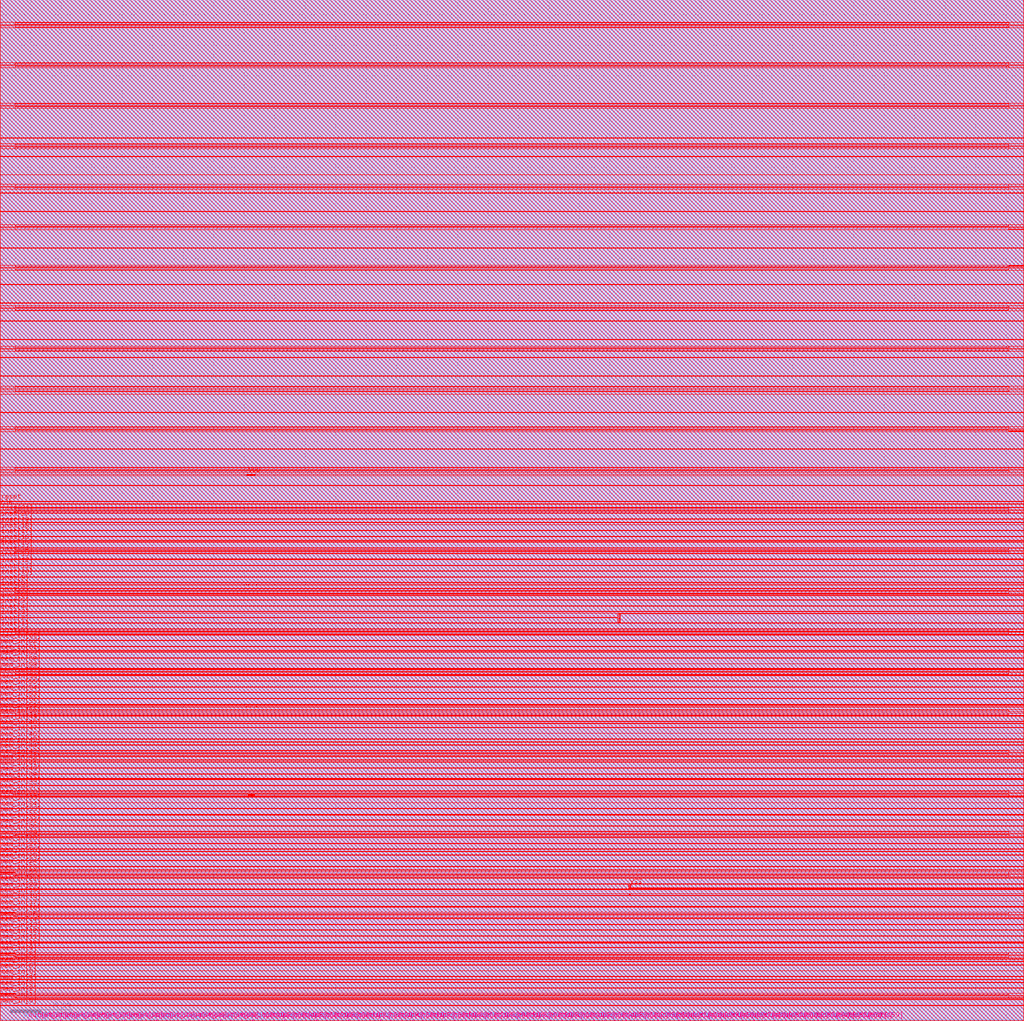
<source format=lef>
##
## LEF for PtnCells ;
## created by Innovus v15.23-s045_1 on Fri Mar 21 02:53:28 2025
##

VERSION 5.8 ;

BUSBITCHARS "[]" ;
DIVIDERCHAR "/" ;

MACRO core
  CLASS BLOCK ;
  SIZE 671.6000 BY 669.8000 ;
  FOREIGN core 0.0000 0.0000 ;
  ORIGIN 0 0 ;
  SYMMETRY X Y R90 ;
  PIN clk
    DIRECTION INPUT ;
    USE SIGNAL ;
    PORT
      LAYER M5 ;
        RECT 0.0000 336.7500 0.5200 336.8500 ;
    END
  END clk
  PIN sum_out[23]
    DIRECTION OUTPUT ;
    USE SIGNAL ;
    PORT
      LAYER M5 ;
        RECT 671.0800 578.9500 671.6000 579.0500 ;
    END
  END sum_out[23]
  PIN sum_out[22]
    DIRECTION OUTPUT ;
    USE SIGNAL ;
    PORT
      LAYER M5 ;
        RECT 671.0800 566.9500 671.6000 567.0500 ;
    END
  END sum_out[22]
  PIN sum_out[21]
    DIRECTION OUTPUT ;
    USE SIGNAL ;
    PORT
      LAYER M5 ;
        RECT 671.0800 554.9500 671.6000 555.0500 ;
    END
  END sum_out[21]
  PIN sum_out[20]
    DIRECTION OUTPUT ;
    USE SIGNAL ;
    PORT
      LAYER M5 ;
        RECT 671.0800 542.9500 671.6000 543.0500 ;
    END
  END sum_out[20]
  PIN sum_out[19]
    DIRECTION OUTPUT ;
    USE SIGNAL ;
    PORT
      LAYER M5 ;
        RECT 671.0800 530.9500 671.6000 531.0500 ;
    END
  END sum_out[19]
  PIN sum_out[18]
    DIRECTION OUTPUT ;
    USE SIGNAL ;
    PORT
      LAYER M5 ;
        RECT 671.0800 518.9500 671.6000 519.0500 ;
    END
  END sum_out[18]
  PIN sum_out[17]
    DIRECTION OUTPUT ;
    USE SIGNAL ;
    PORT
      LAYER M5 ;
        RECT 671.0800 506.9500 671.6000 507.0500 ;
    END
  END sum_out[17]
  PIN sum_out[16]
    DIRECTION OUTPUT ;
    USE SIGNAL ;
    PORT
      LAYER M5 ;
        RECT 671.0800 494.9500 671.6000 495.0500 ;
    END
  END sum_out[16]
  PIN sum_out[15]
    DIRECTION OUTPUT ;
    USE SIGNAL ;
    PORT
      LAYER M5 ;
        RECT 671.0800 482.9500 671.6000 483.0500 ;
    END
  END sum_out[15]
  PIN sum_out[14]
    DIRECTION OUTPUT ;
    USE SIGNAL ;
    PORT
      LAYER M5 ;
        RECT 671.0800 470.9500 671.6000 471.0500 ;
    END
  END sum_out[14]
  PIN sum_out[13]
    DIRECTION OUTPUT ;
    USE SIGNAL ;
    PORT
      LAYER M5 ;
        RECT 671.0800 458.9500 671.6000 459.0500 ;
    END
  END sum_out[13]
  PIN sum_out[12]
    DIRECTION OUTPUT ;
    USE SIGNAL ;
    PORT
      LAYER M5 ;
        RECT 671.0800 446.9500 671.6000 447.0500 ;
    END
  END sum_out[12]
  PIN sum_out[11]
    DIRECTION OUTPUT ;
    USE SIGNAL ;
    PORT
      LAYER M5 ;
        RECT 671.0800 434.9500 671.6000 435.0500 ;
    END
  END sum_out[11]
  PIN sum_out[10]
    DIRECTION OUTPUT ;
    USE SIGNAL ;
    PORT
      LAYER M5 ;
        RECT 671.0800 422.9500 671.6000 423.0500 ;
    END
  END sum_out[10]
  PIN sum_out[9]
    DIRECTION OUTPUT ;
    USE SIGNAL ;
    PORT
      LAYER M5 ;
        RECT 671.0800 410.9500 671.6000 411.0500 ;
    END
  END sum_out[9]
  PIN sum_out[8]
    DIRECTION OUTPUT ;
    USE SIGNAL ;
    PORT
      LAYER M5 ;
        RECT 671.0800 398.9500 671.6000 399.0500 ;
    END
  END sum_out[8]
  PIN sum_out[7]
    DIRECTION OUTPUT ;
    USE SIGNAL ;
    PORT
      LAYER M5 ;
        RECT 671.0800 386.9500 671.6000 387.0500 ;
    END
  END sum_out[7]
  PIN sum_out[6]
    DIRECTION OUTPUT ;
    USE SIGNAL ;
    PORT
      LAYER M5 ;
        RECT 671.0800 374.9500 671.6000 375.0500 ;
    END
  END sum_out[6]
  PIN sum_out[5]
    DIRECTION OUTPUT ;
    USE SIGNAL ;
    PORT
      LAYER M5 ;
        RECT 671.0800 362.9500 671.6000 363.0500 ;
    END
  END sum_out[5]
  PIN sum_out[4]
    DIRECTION OUTPUT ;
    USE SIGNAL ;
    PORT
      LAYER M5 ;
        RECT 671.0800 350.9500 671.6000 351.0500 ;
    END
  END sum_out[4]
  PIN sum_out[3]
    DIRECTION OUTPUT ;
    USE SIGNAL ;
    PORT
      LAYER M5 ;
        RECT 671.0800 338.9500 671.6000 339.0500 ;
    END
  END sum_out[3]
  PIN sum_out[2]
    DIRECTION OUTPUT ;
    USE SIGNAL ;
    PORT
      LAYER M5 ;
        RECT 671.0800 326.9500 671.6000 327.0500 ;
    END
  END sum_out[2]
  PIN sum_out[1]
    DIRECTION OUTPUT ;
    USE SIGNAL ;
    PORT
      LAYER M5 ;
        RECT 671.0800 314.9500 671.6000 315.0500 ;
    END
  END sum_out[1]
  PIN sum_out[0]
    DIRECTION OUTPUT ;
    USE SIGNAL ;
    PORT
      LAYER M5 ;
        RECT 671.0800 302.9500 671.6000 303.0500 ;
    END
  END sum_out[0]
  PIN sum_in[23]
    DIRECTION INPUT ;
    USE SIGNAL ;
    PORT
      LAYER M5 ;
        RECT 671.0800 290.9500 671.6000 291.0500 ;
    END
  END sum_in[23]
  PIN sum_in[22]
    DIRECTION INPUT ;
    USE SIGNAL ;
    PORT
      LAYER M5 ;
        RECT 671.0800 278.9500 671.6000 279.0500 ;
    END
  END sum_in[22]
  PIN sum_in[21]
    DIRECTION INPUT ;
    USE SIGNAL ;
    PORT
      LAYER M5 ;
        RECT 671.0800 266.9500 671.6000 267.0500 ;
    END
  END sum_in[21]
  PIN sum_in[20]
    DIRECTION INPUT ;
    USE SIGNAL ;
    PORT
      LAYER M5 ;
        RECT 671.0800 254.9500 671.6000 255.0500 ;
    END
  END sum_in[20]
  PIN sum_in[19]
    DIRECTION INPUT ;
    USE SIGNAL ;
    PORT
      LAYER M5 ;
        RECT 671.0800 242.9500 671.6000 243.0500 ;
    END
  END sum_in[19]
  PIN sum_in[18]
    DIRECTION INPUT ;
    USE SIGNAL ;
    PORT
      LAYER M5 ;
        RECT 671.0800 230.9500 671.6000 231.0500 ;
    END
  END sum_in[18]
  PIN sum_in[17]
    DIRECTION INPUT ;
    USE SIGNAL ;
    PORT
      LAYER M5 ;
        RECT 671.0800 218.9500 671.6000 219.0500 ;
    END
  END sum_in[17]
  PIN sum_in[16]
    DIRECTION INPUT ;
    USE SIGNAL ;
    PORT
      LAYER M5 ;
        RECT 671.0800 206.9500 671.6000 207.0500 ;
    END
  END sum_in[16]
  PIN sum_in[15]
    DIRECTION INPUT ;
    USE SIGNAL ;
    PORT
      LAYER M5 ;
        RECT 671.0800 194.9500 671.6000 195.0500 ;
    END
  END sum_in[15]
  PIN sum_in[14]
    DIRECTION INPUT ;
    USE SIGNAL ;
    PORT
      LAYER M5 ;
        RECT 671.0800 182.9500 671.6000 183.0500 ;
    END
  END sum_in[14]
  PIN sum_in[13]
    DIRECTION INPUT ;
    USE SIGNAL ;
    PORT
      LAYER M5 ;
        RECT 671.0800 170.9500 671.6000 171.0500 ;
    END
  END sum_in[13]
  PIN sum_in[12]
    DIRECTION INPUT ;
    USE SIGNAL ;
    PORT
      LAYER M5 ;
        RECT 671.0800 158.9500 671.6000 159.0500 ;
    END
  END sum_in[12]
  PIN sum_in[11]
    DIRECTION INPUT ;
    USE SIGNAL ;
    PORT
      LAYER M5 ;
        RECT 671.0800 146.9500 671.6000 147.0500 ;
    END
  END sum_in[11]
  PIN sum_in[10]
    DIRECTION INPUT ;
    USE SIGNAL ;
    PORT
      LAYER M5 ;
        RECT 671.0800 134.9500 671.6000 135.0500 ;
    END
  END sum_in[10]
  PIN sum_in[9]
    DIRECTION INPUT ;
    USE SIGNAL ;
    PORT
      LAYER M5 ;
        RECT 671.0800 122.9500 671.6000 123.0500 ;
    END
  END sum_in[9]
  PIN sum_in[8]
    DIRECTION INPUT ;
    USE SIGNAL ;
    PORT
      LAYER M5 ;
        RECT 671.0800 110.9500 671.6000 111.0500 ;
    END
  END sum_in[8]
  PIN sum_in[7]
    DIRECTION INPUT ;
    USE SIGNAL ;
    PORT
      LAYER M5 ;
        RECT 671.0800 98.9500 671.6000 99.0500 ;
    END
  END sum_in[7]
  PIN sum_in[6]
    DIRECTION INPUT ;
    USE SIGNAL ;
    PORT
      LAYER M5 ;
        RECT 671.0800 86.9500 671.6000 87.0500 ;
    END
  END sum_in[6]
  PIN sum_in[5]
    DIRECTION INPUT ;
    USE SIGNAL ;
    PORT
      LAYER M5 ;
        RECT 671.0800 74.9500 671.6000 75.0500 ;
    END
  END sum_in[5]
  PIN sum_in[4]
    DIRECTION INPUT ;
    USE SIGNAL ;
    PORT
      LAYER M5 ;
        RECT 671.0800 62.9500 671.6000 63.0500 ;
    END
  END sum_in[4]
  PIN sum_in[3]
    DIRECTION INPUT ;
    USE SIGNAL ;
    PORT
      LAYER M5 ;
        RECT 671.0800 50.9500 671.6000 51.0500 ;
    END
  END sum_in[3]
  PIN sum_in[2]
    DIRECTION INPUT ;
    USE SIGNAL ;
    PORT
      LAYER M5 ;
        RECT 671.0800 38.9500 671.6000 39.0500 ;
    END
  END sum_in[2]
  PIN sum_in[1]
    DIRECTION INPUT ;
    USE SIGNAL ;
    PORT
      LAYER M5 ;
        RECT 671.0800 26.9500 671.6000 27.0500 ;
    END
  END sum_in[1]
  PIN sum_in[0]
    DIRECTION INPUT ;
    USE SIGNAL ;
    PORT
      LAYER M5 ;
        RECT 671.0800 14.9500 671.6000 15.0500 ;
    END
  END sum_in[0]
  PIN mem_in[63]
    DIRECTION INPUT ;
    USE SIGNAL ;
    PORT
      LAYER M5 ;
        RECT 0.0000 249.3500 0.5200 249.4500 ;
    END
  END mem_in[63]
  PIN mem_in[62]
    DIRECTION INPUT ;
    USE SIGNAL ;
    PORT
      LAYER M5 ;
        RECT 0.0000 245.5500 0.5200 245.6500 ;
    END
  END mem_in[62]
  PIN mem_in[61]
    DIRECTION INPUT ;
    USE SIGNAL ;
    PORT
      LAYER M5 ;
        RECT 0.0000 241.7500 0.5200 241.8500 ;
    END
  END mem_in[61]
  PIN mem_in[60]
    DIRECTION INPUT ;
    USE SIGNAL ;
    PORT
      LAYER M5 ;
        RECT 0.0000 237.9500 0.5200 238.0500 ;
    END
  END mem_in[60]
  PIN mem_in[59]
    DIRECTION INPUT ;
    USE SIGNAL ;
    PORT
      LAYER M5 ;
        RECT 0.0000 234.1500 0.5200 234.2500 ;
    END
  END mem_in[59]
  PIN mem_in[58]
    DIRECTION INPUT ;
    USE SIGNAL ;
    PORT
      LAYER M5 ;
        RECT 0.0000 230.3500 0.5200 230.4500 ;
    END
  END mem_in[58]
  PIN mem_in[57]
    DIRECTION INPUT ;
    USE SIGNAL ;
    PORT
      LAYER M5 ;
        RECT 0.0000 226.5500 0.5200 226.6500 ;
    END
  END mem_in[57]
  PIN mem_in[56]
    DIRECTION INPUT ;
    USE SIGNAL ;
    PORT
      LAYER M5 ;
        RECT 0.0000 222.7500 0.5200 222.8500 ;
    END
  END mem_in[56]
  PIN mem_in[55]
    DIRECTION INPUT ;
    USE SIGNAL ;
    PORT
      LAYER M5 ;
        RECT 0.0000 218.9500 0.5200 219.0500 ;
    END
  END mem_in[55]
  PIN mem_in[54]
    DIRECTION INPUT ;
    USE SIGNAL ;
    PORT
      LAYER M5 ;
        RECT 0.0000 215.1500 0.5200 215.2500 ;
    END
  END mem_in[54]
  PIN mem_in[53]
    DIRECTION INPUT ;
    USE SIGNAL ;
    PORT
      LAYER M5 ;
        RECT 0.0000 211.3500 0.5200 211.4500 ;
    END
  END mem_in[53]
  PIN mem_in[52]
    DIRECTION INPUT ;
    USE SIGNAL ;
    PORT
      LAYER M5 ;
        RECT 0.0000 207.5500 0.5200 207.6500 ;
    END
  END mem_in[52]
  PIN mem_in[51]
    DIRECTION INPUT ;
    USE SIGNAL ;
    PORT
      LAYER M5 ;
        RECT 0.0000 203.7500 0.5200 203.8500 ;
    END
  END mem_in[51]
  PIN mem_in[50]
    DIRECTION INPUT ;
    USE SIGNAL ;
    PORT
      LAYER M5 ;
        RECT 0.0000 199.9500 0.5200 200.0500 ;
    END
  END mem_in[50]
  PIN mem_in[49]
    DIRECTION INPUT ;
    USE SIGNAL ;
    PORT
      LAYER M5 ;
        RECT 0.0000 196.1500 0.5200 196.2500 ;
    END
  END mem_in[49]
  PIN mem_in[48]
    DIRECTION INPUT ;
    USE SIGNAL ;
    PORT
      LAYER M5 ;
        RECT 0.0000 192.3500 0.5200 192.4500 ;
    END
  END mem_in[48]
  PIN mem_in[47]
    DIRECTION INPUT ;
    USE SIGNAL ;
    PORT
      LAYER M5 ;
        RECT 0.0000 188.5500 0.5200 188.6500 ;
    END
  END mem_in[47]
  PIN mem_in[46]
    DIRECTION INPUT ;
    USE SIGNAL ;
    PORT
      LAYER M5 ;
        RECT 0.0000 184.7500 0.5200 184.8500 ;
    END
  END mem_in[46]
  PIN mem_in[45]
    DIRECTION INPUT ;
    USE SIGNAL ;
    PORT
      LAYER M5 ;
        RECT 0.0000 180.9500 0.5200 181.0500 ;
    END
  END mem_in[45]
  PIN mem_in[44]
    DIRECTION INPUT ;
    USE SIGNAL ;
    PORT
      LAYER M5 ;
        RECT 0.0000 177.1500 0.5200 177.2500 ;
    END
  END mem_in[44]
  PIN mem_in[43]
    DIRECTION INPUT ;
    USE SIGNAL ;
    PORT
      LAYER M5 ;
        RECT 0.0000 173.3500 0.5200 173.4500 ;
    END
  END mem_in[43]
  PIN mem_in[42]
    DIRECTION INPUT ;
    USE SIGNAL ;
    PORT
      LAYER M5 ;
        RECT 0.0000 169.5500 0.5200 169.6500 ;
    END
  END mem_in[42]
  PIN mem_in[41]
    DIRECTION INPUT ;
    USE SIGNAL ;
    PORT
      LAYER M5 ;
        RECT 0.0000 165.7500 0.5200 165.8500 ;
    END
  END mem_in[41]
  PIN mem_in[40]
    DIRECTION INPUT ;
    USE SIGNAL ;
    PORT
      LAYER M5 ;
        RECT 0.0000 161.9500 0.5200 162.0500 ;
    END
  END mem_in[40]
  PIN mem_in[39]
    DIRECTION INPUT ;
    USE SIGNAL ;
    PORT
      LAYER M5 ;
        RECT 0.0000 158.1500 0.5200 158.2500 ;
    END
  END mem_in[39]
  PIN mem_in[38]
    DIRECTION INPUT ;
    USE SIGNAL ;
    PORT
      LAYER M5 ;
        RECT 0.0000 154.3500 0.5200 154.4500 ;
    END
  END mem_in[38]
  PIN mem_in[37]
    DIRECTION INPUT ;
    USE SIGNAL ;
    PORT
      LAYER M5 ;
        RECT 0.0000 150.5500 0.5200 150.6500 ;
    END
  END mem_in[37]
  PIN mem_in[36]
    DIRECTION INPUT ;
    USE SIGNAL ;
    PORT
      LAYER M5 ;
        RECT 0.0000 146.7500 0.5200 146.8500 ;
    END
  END mem_in[36]
  PIN mem_in[35]
    DIRECTION INPUT ;
    USE SIGNAL ;
    PORT
      LAYER M5 ;
        RECT 0.0000 142.9500 0.5200 143.0500 ;
    END
  END mem_in[35]
  PIN mem_in[34]
    DIRECTION INPUT ;
    USE SIGNAL ;
    PORT
      LAYER M5 ;
        RECT 0.0000 139.1500 0.5200 139.2500 ;
    END
  END mem_in[34]
  PIN mem_in[33]
    DIRECTION INPUT ;
    USE SIGNAL ;
    PORT
      LAYER M5 ;
        RECT 0.0000 135.3500 0.5200 135.4500 ;
    END
  END mem_in[33]
  PIN mem_in[32]
    DIRECTION INPUT ;
    USE SIGNAL ;
    PORT
      LAYER M5 ;
        RECT 0.0000 131.5500 0.5200 131.6500 ;
    END
  END mem_in[32]
  PIN mem_in[31]
    DIRECTION INPUT ;
    USE SIGNAL ;
    PORT
      LAYER M5 ;
        RECT 0.0000 127.7500 0.5200 127.8500 ;
    END
  END mem_in[31]
  PIN mem_in[30]
    DIRECTION INPUT ;
    USE SIGNAL ;
    PORT
      LAYER M5 ;
        RECT 0.0000 123.9500 0.5200 124.0500 ;
    END
  END mem_in[30]
  PIN mem_in[29]
    DIRECTION INPUT ;
    USE SIGNAL ;
    PORT
      LAYER M5 ;
        RECT 0.0000 120.1500 0.5200 120.2500 ;
    END
  END mem_in[29]
  PIN mem_in[28]
    DIRECTION INPUT ;
    USE SIGNAL ;
    PORT
      LAYER M5 ;
        RECT 0.0000 116.3500 0.5200 116.4500 ;
    END
  END mem_in[28]
  PIN mem_in[27]
    DIRECTION INPUT ;
    USE SIGNAL ;
    PORT
      LAYER M5 ;
        RECT 0.0000 112.5500 0.5200 112.6500 ;
    END
  END mem_in[27]
  PIN mem_in[26]
    DIRECTION INPUT ;
    USE SIGNAL ;
    PORT
      LAYER M5 ;
        RECT 0.0000 108.7500 0.5200 108.8500 ;
    END
  END mem_in[26]
  PIN mem_in[25]
    DIRECTION INPUT ;
    USE SIGNAL ;
    PORT
      LAYER M5 ;
        RECT 0.0000 104.9500 0.5200 105.0500 ;
    END
  END mem_in[25]
  PIN mem_in[24]
    DIRECTION INPUT ;
    USE SIGNAL ;
    PORT
      LAYER M5 ;
        RECT 0.0000 101.1500 0.5200 101.2500 ;
    END
  END mem_in[24]
  PIN mem_in[23]
    DIRECTION INPUT ;
    USE SIGNAL ;
    PORT
      LAYER M5 ;
        RECT 0.0000 97.3500 0.5200 97.4500 ;
    END
  END mem_in[23]
  PIN mem_in[22]
    DIRECTION INPUT ;
    USE SIGNAL ;
    PORT
      LAYER M5 ;
        RECT 0.0000 93.5500 0.5200 93.6500 ;
    END
  END mem_in[22]
  PIN mem_in[21]
    DIRECTION INPUT ;
    USE SIGNAL ;
    PORT
      LAYER M5 ;
        RECT 0.0000 89.7500 0.5200 89.8500 ;
    END
  END mem_in[21]
  PIN mem_in[20]
    DIRECTION INPUT ;
    USE SIGNAL ;
    PORT
      LAYER M5 ;
        RECT 0.0000 85.9500 0.5200 86.0500 ;
    END
  END mem_in[20]
  PIN mem_in[19]
    DIRECTION INPUT ;
    USE SIGNAL ;
    PORT
      LAYER M5 ;
        RECT 0.0000 82.1500 0.5200 82.2500 ;
    END
  END mem_in[19]
  PIN mem_in[18]
    DIRECTION INPUT ;
    USE SIGNAL ;
    PORT
      LAYER M5 ;
        RECT 0.0000 78.3500 0.5200 78.4500 ;
    END
  END mem_in[18]
  PIN mem_in[17]
    DIRECTION INPUT ;
    USE SIGNAL ;
    PORT
      LAYER M5 ;
        RECT 0.0000 74.5500 0.5200 74.6500 ;
    END
  END mem_in[17]
  PIN mem_in[16]
    DIRECTION INPUT ;
    USE SIGNAL ;
    PORT
      LAYER M5 ;
        RECT 0.0000 70.7500 0.5200 70.8500 ;
    END
  END mem_in[16]
  PIN mem_in[15]
    DIRECTION INPUT ;
    USE SIGNAL ;
    PORT
      LAYER M5 ;
        RECT 0.0000 66.9500 0.5200 67.0500 ;
    END
  END mem_in[15]
  PIN mem_in[14]
    DIRECTION INPUT ;
    USE SIGNAL ;
    PORT
      LAYER M5 ;
        RECT 0.0000 63.1500 0.5200 63.2500 ;
    END
  END mem_in[14]
  PIN mem_in[13]
    DIRECTION INPUT ;
    USE SIGNAL ;
    PORT
      LAYER M5 ;
        RECT 0.0000 59.3500 0.5200 59.4500 ;
    END
  END mem_in[13]
  PIN mem_in[12]
    DIRECTION INPUT ;
    USE SIGNAL ;
    PORT
      LAYER M5 ;
        RECT 0.0000 55.5500 0.5200 55.6500 ;
    END
  END mem_in[12]
  PIN mem_in[11]
    DIRECTION INPUT ;
    USE SIGNAL ;
    PORT
      LAYER M5 ;
        RECT 0.0000 51.7500 0.5200 51.8500 ;
    END
  END mem_in[11]
  PIN mem_in[10]
    DIRECTION INPUT ;
    USE SIGNAL ;
    PORT
      LAYER M5 ;
        RECT 0.0000 47.9500 0.5200 48.0500 ;
    END
  END mem_in[10]
  PIN mem_in[9]
    DIRECTION INPUT ;
    USE SIGNAL ;
    PORT
      LAYER M5 ;
        RECT 0.0000 44.1500 0.5200 44.2500 ;
    END
  END mem_in[9]
  PIN mem_in[8]
    DIRECTION INPUT ;
    USE SIGNAL ;
    PORT
      LAYER M5 ;
        RECT 0.0000 40.3500 0.5200 40.4500 ;
    END
  END mem_in[8]
  PIN mem_in[7]
    DIRECTION INPUT ;
    USE SIGNAL ;
    PORT
      LAYER M5 ;
        RECT 0.0000 36.5500 0.5200 36.6500 ;
    END
  END mem_in[7]
  PIN mem_in[6]
    DIRECTION INPUT ;
    USE SIGNAL ;
    PORT
      LAYER M5 ;
        RECT 0.0000 32.7500 0.5200 32.8500 ;
    END
  END mem_in[6]
  PIN mem_in[5]
    DIRECTION INPUT ;
    USE SIGNAL ;
    PORT
      LAYER M5 ;
        RECT 0.0000 28.9500 0.5200 29.0500 ;
    END
  END mem_in[5]
  PIN mem_in[4]
    DIRECTION INPUT ;
    USE SIGNAL ;
    PORT
      LAYER M5 ;
        RECT 0.0000 25.1500 0.5200 25.2500 ;
    END
  END mem_in[4]
  PIN mem_in[3]
    DIRECTION INPUT ;
    USE SIGNAL ;
    PORT
      LAYER M5 ;
        RECT 0.0000 21.3500 0.5200 21.4500 ;
    END
  END mem_in[3]
  PIN mem_in[2]
    DIRECTION INPUT ;
    USE SIGNAL ;
    PORT
      LAYER M5 ;
        RECT 0.0000 17.5500 0.5200 17.6500 ;
    END
  END mem_in[2]
  PIN mem_in[1]
    DIRECTION INPUT ;
    USE SIGNAL ;
    PORT
      LAYER M5 ;
        RECT 0.0000 13.7500 0.5200 13.8500 ;
    END
  END mem_in[1]
  PIN mem_in[0]
    DIRECTION INPUT ;
    USE SIGNAL ;
    PORT
      LAYER M5 ;
        RECT 0.0000 9.9500 0.5200 10.0500 ;
    END
  END mem_in[0]
  PIN out[159]
    DIRECTION OUTPUT ;
    USE SIGNAL ;
    PORT
      LAYER M6 ;
        RECT 571.4500 0.0000 571.5500 0.5200 ;
    END
  END out[159]
  PIN out[158]
    DIRECTION OUTPUT ;
    USE SIGNAL ;
    PORT
      LAYER M6 ;
        RECT 564.4500 0.0000 564.5500 0.5200 ;
    END
  END out[158]
  PIN out[157]
    DIRECTION OUTPUT ;
    USE SIGNAL ;
    PORT
      LAYER M6 ;
        RECT 557.4500 0.0000 557.5500 0.5200 ;
    END
  END out[157]
  PIN out[156]
    DIRECTION OUTPUT ;
    USE SIGNAL ;
    PORT
      LAYER M6 ;
        RECT 550.4500 0.0000 550.5500 0.5200 ;
    END
  END out[156]
  PIN out[155]
    DIRECTION OUTPUT ;
    USE SIGNAL ;
    PORT
      LAYER M6 ;
        RECT 543.4500 0.0000 543.5500 0.5200 ;
    END
  END out[155]
  PIN out[154]
    DIRECTION OUTPUT ;
    USE SIGNAL ;
    PORT
      LAYER M6 ;
        RECT 536.4500 0.0000 536.5500 0.5200 ;
    END
  END out[154]
  PIN out[153]
    DIRECTION OUTPUT ;
    USE SIGNAL ;
    PORT
      LAYER M6 ;
        RECT 529.4500 0.0000 529.5500 0.5200 ;
    END
  END out[153]
  PIN out[152]
    DIRECTION OUTPUT ;
    USE SIGNAL ;
    PORT
      LAYER M6 ;
        RECT 522.4500 0.0000 522.5500 0.5200 ;
    END
  END out[152]
  PIN out[151]
    DIRECTION OUTPUT ;
    USE SIGNAL ;
    PORT
      LAYER M6 ;
        RECT 515.4500 0.0000 515.5500 0.5200 ;
    END
  END out[151]
  PIN out[150]
    DIRECTION OUTPUT ;
    USE SIGNAL ;
    PORT
      LAYER M6 ;
        RECT 508.4500 0.0000 508.5500 0.5200 ;
    END
  END out[150]
  PIN out[149]
    DIRECTION OUTPUT ;
    USE SIGNAL ;
    PORT
      LAYER M6 ;
        RECT 501.4500 0.0000 501.5500 0.5200 ;
    END
  END out[149]
  PIN out[148]
    DIRECTION OUTPUT ;
    USE SIGNAL ;
    PORT
      LAYER M6 ;
        RECT 494.4500 0.0000 494.5500 0.5200 ;
    END
  END out[148]
  PIN out[147]
    DIRECTION OUTPUT ;
    USE SIGNAL ;
    PORT
      LAYER M6 ;
        RECT 487.4500 0.0000 487.5500 0.5200 ;
    END
  END out[147]
  PIN out[146]
    DIRECTION OUTPUT ;
    USE SIGNAL ;
    PORT
      LAYER M6 ;
        RECT 480.4500 0.0000 480.5500 0.5200 ;
    END
  END out[146]
  PIN out[145]
    DIRECTION OUTPUT ;
    USE SIGNAL ;
    PORT
      LAYER M6 ;
        RECT 473.4500 0.0000 473.5500 0.5200 ;
    END
  END out[145]
  PIN out[144]
    DIRECTION OUTPUT ;
    USE SIGNAL ;
    PORT
      LAYER M6 ;
        RECT 466.4500 0.0000 466.5500 0.5200 ;
    END
  END out[144]
  PIN out[143]
    DIRECTION OUTPUT ;
    USE SIGNAL ;
    PORT
      LAYER M6 ;
        RECT 459.4500 0.0000 459.5500 0.5200 ;
    END
  END out[143]
  PIN out[142]
    DIRECTION OUTPUT ;
    USE SIGNAL ;
    PORT
      LAYER M6 ;
        RECT 452.4500 0.0000 452.5500 0.5200 ;
    END
  END out[142]
  PIN out[141]
    DIRECTION OUTPUT ;
    USE SIGNAL ;
    PORT
      LAYER M6 ;
        RECT 445.4500 0.0000 445.5500 0.5200 ;
    END
  END out[141]
  PIN out[140]
    DIRECTION OUTPUT ;
    USE SIGNAL ;
    PORT
      LAYER M6 ;
        RECT 438.4500 0.0000 438.5500 0.5200 ;
    END
  END out[140]
  PIN out[139]
    DIRECTION OUTPUT ;
    USE SIGNAL ;
    PORT
      LAYER M6 ;
        RECT 431.4500 0.0000 431.5500 0.5200 ;
    END
  END out[139]
  PIN out[138]
    DIRECTION OUTPUT ;
    USE SIGNAL ;
    PORT
      LAYER M6 ;
        RECT 424.4500 0.0000 424.5500 0.5200 ;
    END
  END out[138]
  PIN out[137]
    DIRECTION OUTPUT ;
    USE SIGNAL ;
    PORT
      LAYER M6 ;
        RECT 417.4500 0.0000 417.5500 0.5200 ;
    END
  END out[137]
  PIN out[136]
    DIRECTION OUTPUT ;
    USE SIGNAL ;
    PORT
      LAYER M6 ;
        RECT 410.4500 0.0000 410.5500 0.5200 ;
    END
  END out[136]
  PIN out[135]
    DIRECTION OUTPUT ;
    USE SIGNAL ;
    PORT
      LAYER M6 ;
        RECT 403.4500 0.0000 403.5500 0.5200 ;
    END
  END out[135]
  PIN out[134]
    DIRECTION OUTPUT ;
    USE SIGNAL ;
    PORT
      LAYER M6 ;
        RECT 396.4500 0.0000 396.5500 0.5200 ;
    END
  END out[134]
  PIN out[133]
    DIRECTION OUTPUT ;
    USE SIGNAL ;
    PORT
      LAYER M6 ;
        RECT 389.4500 0.0000 389.5500 0.5200 ;
    END
  END out[133]
  PIN out[132]
    DIRECTION OUTPUT ;
    USE SIGNAL ;
    PORT
      LAYER M6 ;
        RECT 382.4500 0.0000 382.5500 0.5200 ;
    END
  END out[132]
  PIN out[131]
    DIRECTION OUTPUT ;
    USE SIGNAL ;
    PORT
      LAYER M6 ;
        RECT 375.4500 0.0000 375.5500 0.5200 ;
    END
  END out[131]
  PIN out[130]
    DIRECTION OUTPUT ;
    USE SIGNAL ;
    PORT
      LAYER M6 ;
        RECT 368.4500 0.0000 368.5500 0.5200 ;
    END
  END out[130]
  PIN out[129]
    DIRECTION OUTPUT ;
    USE SIGNAL ;
    PORT
      LAYER M6 ;
        RECT 361.4500 0.0000 361.5500 0.5200 ;
    END
  END out[129]
  PIN out[128]
    DIRECTION OUTPUT ;
    USE SIGNAL ;
    PORT
      LAYER M6 ;
        RECT 354.4500 0.0000 354.5500 0.5200 ;
    END
  END out[128]
  PIN out[127]
    DIRECTION OUTPUT ;
    USE SIGNAL ;
    PORT
      LAYER M6 ;
        RECT 347.4500 0.0000 347.5500 0.5200 ;
    END
  END out[127]
  PIN out[126]
    DIRECTION OUTPUT ;
    USE SIGNAL ;
    PORT
      LAYER M6 ;
        RECT 340.4500 0.0000 340.5500 0.5200 ;
    END
  END out[126]
  PIN out[125]
    DIRECTION OUTPUT ;
    USE SIGNAL ;
    PORT
      LAYER M6 ;
        RECT 333.4500 0.0000 333.5500 0.5200 ;
    END
  END out[125]
  PIN out[124]
    DIRECTION OUTPUT ;
    USE SIGNAL ;
    PORT
      LAYER M6 ;
        RECT 326.4500 0.0000 326.5500 0.5200 ;
    END
  END out[124]
  PIN out[123]
    DIRECTION OUTPUT ;
    USE SIGNAL ;
    PORT
      LAYER M6 ;
        RECT 319.4500 0.0000 319.5500 0.5200 ;
    END
  END out[123]
  PIN out[122]
    DIRECTION OUTPUT ;
    USE SIGNAL ;
    PORT
      LAYER M6 ;
        RECT 312.4500 0.0000 312.5500 0.5200 ;
    END
  END out[122]
  PIN out[121]
    DIRECTION OUTPUT ;
    USE SIGNAL ;
    PORT
      LAYER M6 ;
        RECT 305.4500 0.0000 305.5500 0.5200 ;
    END
  END out[121]
  PIN out[120]
    DIRECTION OUTPUT ;
    USE SIGNAL ;
    PORT
      LAYER M6 ;
        RECT 298.4500 0.0000 298.5500 0.5200 ;
    END
  END out[120]
  PIN out[119]
    DIRECTION OUTPUT ;
    USE SIGNAL ;
    PORT
      LAYER M6 ;
        RECT 291.4500 0.0000 291.5500 0.5200 ;
    END
  END out[119]
  PIN out[118]
    DIRECTION OUTPUT ;
    USE SIGNAL ;
    PORT
      LAYER M6 ;
        RECT 284.4500 0.0000 284.5500 0.5200 ;
    END
  END out[118]
  PIN out[117]
    DIRECTION OUTPUT ;
    USE SIGNAL ;
    PORT
      LAYER M6 ;
        RECT 277.4500 0.0000 277.5500 0.5200 ;
    END
  END out[117]
  PIN out[116]
    DIRECTION OUTPUT ;
    USE SIGNAL ;
    PORT
      LAYER M6 ;
        RECT 270.4500 0.0000 270.5500 0.5200 ;
    END
  END out[116]
  PIN out[115]
    DIRECTION OUTPUT ;
    USE SIGNAL ;
    PORT
      LAYER M6 ;
        RECT 263.4500 0.0000 263.5500 0.5200 ;
    END
  END out[115]
  PIN out[114]
    DIRECTION OUTPUT ;
    USE SIGNAL ;
    PORT
      LAYER M6 ;
        RECT 256.4500 0.0000 256.5500 0.5200 ;
    END
  END out[114]
  PIN out[113]
    DIRECTION OUTPUT ;
    USE SIGNAL ;
    PORT
      LAYER M6 ;
        RECT 249.4500 0.0000 249.5500 0.5200 ;
    END
  END out[113]
  PIN out[112]
    DIRECTION OUTPUT ;
    USE SIGNAL ;
    PORT
      LAYER M6 ;
        RECT 242.4500 0.0000 242.5500 0.5200 ;
    END
  END out[112]
  PIN out[111]
    DIRECTION OUTPUT ;
    USE SIGNAL ;
    PORT
      LAYER M6 ;
        RECT 235.4500 0.0000 235.5500 0.5200 ;
    END
  END out[111]
  PIN out[110]
    DIRECTION OUTPUT ;
    USE SIGNAL ;
    PORT
      LAYER M6 ;
        RECT 228.4500 0.0000 228.5500 0.5200 ;
    END
  END out[110]
  PIN out[109]
    DIRECTION OUTPUT ;
    USE SIGNAL ;
    PORT
      LAYER M6 ;
        RECT 221.4500 0.0000 221.5500 0.5200 ;
    END
  END out[109]
  PIN out[108]
    DIRECTION OUTPUT ;
    USE SIGNAL ;
    PORT
      LAYER M6 ;
        RECT 214.4500 0.0000 214.5500 0.5200 ;
    END
  END out[108]
  PIN out[107]
    DIRECTION OUTPUT ;
    USE SIGNAL ;
    PORT
      LAYER M6 ;
        RECT 207.4500 0.0000 207.5500 0.5200 ;
    END
  END out[107]
  PIN out[106]
    DIRECTION OUTPUT ;
    USE SIGNAL ;
    PORT
      LAYER M6 ;
        RECT 200.4500 0.0000 200.5500 0.5200 ;
    END
  END out[106]
  PIN out[105]
    DIRECTION OUTPUT ;
    USE SIGNAL ;
    PORT
      LAYER M6 ;
        RECT 193.4500 0.0000 193.5500 0.5200 ;
    END
  END out[105]
  PIN out[104]
    DIRECTION OUTPUT ;
    USE SIGNAL ;
    PORT
      LAYER M6 ;
        RECT 186.4500 0.0000 186.5500 0.5200 ;
    END
  END out[104]
  PIN out[103]
    DIRECTION OUTPUT ;
    USE SIGNAL ;
    PORT
      LAYER M6 ;
        RECT 179.4500 0.0000 179.5500 0.5200 ;
    END
  END out[103]
  PIN out[102]
    DIRECTION OUTPUT ;
    USE SIGNAL ;
    PORT
      LAYER M6 ;
        RECT 172.4500 0.0000 172.5500 0.5200 ;
    END
  END out[102]
  PIN out[101]
    DIRECTION OUTPUT ;
    USE SIGNAL ;
    PORT
      LAYER M6 ;
        RECT 165.4500 0.0000 165.5500 0.5200 ;
    END
  END out[101]
  PIN out[100]
    DIRECTION OUTPUT ;
    USE SIGNAL ;
    PORT
      LAYER M6 ;
        RECT 158.4500 0.0000 158.5500 0.5200 ;
    END
  END out[100]
  PIN out[99]
    DIRECTION OUTPUT ;
    USE SIGNAL ;
    PORT
      LAYER M6 ;
        RECT 151.4500 0.0000 151.5500 0.5200 ;
    END
  END out[99]
  PIN out[98]
    DIRECTION OUTPUT ;
    USE SIGNAL ;
    PORT
      LAYER M6 ;
        RECT 144.4500 0.0000 144.5500 0.5200 ;
    END
  END out[98]
  PIN out[97]
    DIRECTION OUTPUT ;
    USE SIGNAL ;
    PORT
      LAYER M6 ;
        RECT 137.4500 0.0000 137.5500 0.5200 ;
    END
  END out[97]
  PIN out[96]
    DIRECTION OUTPUT ;
    USE SIGNAL ;
    PORT
      LAYER M6 ;
        RECT 130.4500 0.0000 130.5500 0.5200 ;
    END
  END out[96]
  PIN out[95]
    DIRECTION OUTPUT ;
    USE SIGNAL ;
    PORT
      LAYER M6 ;
        RECT 123.4500 0.0000 123.5500 0.5200 ;
    END
  END out[95]
  PIN out[94]
    DIRECTION OUTPUT ;
    USE SIGNAL ;
    PORT
      LAYER M6 ;
        RECT 116.4500 0.0000 116.5500 0.5200 ;
    END
  END out[94]
  PIN out[93]
    DIRECTION OUTPUT ;
    USE SIGNAL ;
    PORT
      LAYER M6 ;
        RECT 109.4500 0.0000 109.5500 0.5200 ;
    END
  END out[93]
  PIN out[92]
    DIRECTION OUTPUT ;
    USE SIGNAL ;
    PORT
      LAYER M6 ;
        RECT 102.4500 0.0000 102.5500 0.5200 ;
    END
  END out[92]
  PIN out[91]
    DIRECTION OUTPUT ;
    USE SIGNAL ;
    PORT
      LAYER M6 ;
        RECT 95.4500 0.0000 95.5500 0.5200 ;
    END
  END out[91]
  PIN out[90]
    DIRECTION OUTPUT ;
    USE SIGNAL ;
    PORT
      LAYER M6 ;
        RECT 88.4500 0.0000 88.5500 0.5200 ;
    END
  END out[90]
  PIN out[89]
    DIRECTION OUTPUT ;
    USE SIGNAL ;
    PORT
      LAYER M6 ;
        RECT 81.4500 0.0000 81.5500 0.5200 ;
    END
  END out[89]
  PIN out[88]
    DIRECTION OUTPUT ;
    USE SIGNAL ;
    PORT
      LAYER M6 ;
        RECT 74.4500 0.0000 74.5500 0.5200 ;
    END
  END out[88]
  PIN out[87]
    DIRECTION OUTPUT ;
    USE SIGNAL ;
    PORT
      LAYER M6 ;
        RECT 67.4500 0.0000 67.5500 0.5200 ;
    END
  END out[87]
  PIN out[86]
    DIRECTION OUTPUT ;
    USE SIGNAL ;
    PORT
      LAYER M6 ;
        RECT 60.4500 0.0000 60.5500 0.5200 ;
    END
  END out[86]
  PIN out[85]
    DIRECTION OUTPUT ;
    USE SIGNAL ;
    PORT
      LAYER M6 ;
        RECT 53.4500 0.0000 53.5500 0.5200 ;
    END
  END out[85]
  PIN out[84]
    DIRECTION OUTPUT ;
    USE SIGNAL ;
    PORT
      LAYER M6 ;
        RECT 46.4500 0.0000 46.5500 0.5200 ;
    END
  END out[84]
  PIN out[83]
    DIRECTION OUTPUT ;
    USE SIGNAL ;
    PORT
      LAYER M6 ;
        RECT 39.4500 0.0000 39.5500 0.5200 ;
    END
  END out[83]
  PIN out[82]
    DIRECTION OUTPUT ;
    USE SIGNAL ;
    PORT
      LAYER M6 ;
        RECT 32.4500 0.0000 32.5500 0.5200 ;
    END
  END out[82]
  PIN out[81]
    DIRECTION OUTPUT ;
    USE SIGNAL ;
    PORT
      LAYER M6 ;
        RECT 25.4500 0.0000 25.5500 0.5200 ;
    END
  END out[81]
  PIN out[80]
    DIRECTION OUTPUT ;
    USE SIGNAL ;
    PORT
      LAYER M6 ;
        RECT 18.4500 0.0000 18.5500 0.5200 ;
    END
  END out[80]
  PIN out[79]
    DIRECTION OUTPUT ;
    USE SIGNAL ;
    PORT
      LAYER M4 ;
        RECT 568.0500 0.0000 568.1500 0.5200 ;
    END
  END out[79]
  PIN out[78]
    DIRECTION OUTPUT ;
    USE SIGNAL ;
    PORT
      LAYER M4 ;
        RECT 561.0500 0.0000 561.1500 0.5200 ;
    END
  END out[78]
  PIN out[77]
    DIRECTION OUTPUT ;
    USE SIGNAL ;
    PORT
      LAYER M4 ;
        RECT 554.0500 0.0000 554.1500 0.5200 ;
    END
  END out[77]
  PIN out[76]
    DIRECTION OUTPUT ;
    USE SIGNAL ;
    PORT
      LAYER M4 ;
        RECT 547.0500 0.0000 547.1500 0.5200 ;
    END
  END out[76]
  PIN out[75]
    DIRECTION OUTPUT ;
    USE SIGNAL ;
    PORT
      LAYER M4 ;
        RECT 540.0500 0.0000 540.1500 0.5200 ;
    END
  END out[75]
  PIN out[74]
    DIRECTION OUTPUT ;
    USE SIGNAL ;
    PORT
      LAYER M4 ;
        RECT 533.0500 0.0000 533.1500 0.5200 ;
    END
  END out[74]
  PIN out[73]
    DIRECTION OUTPUT ;
    USE SIGNAL ;
    PORT
      LAYER M4 ;
        RECT 526.0500 0.0000 526.1500 0.5200 ;
    END
  END out[73]
  PIN out[72]
    DIRECTION OUTPUT ;
    USE SIGNAL ;
    PORT
      LAYER M4 ;
        RECT 519.0500 0.0000 519.1500 0.5200 ;
    END
  END out[72]
  PIN out[71]
    DIRECTION OUTPUT ;
    USE SIGNAL ;
    PORT
      LAYER M4 ;
        RECT 512.0500 0.0000 512.1500 0.5200 ;
    END
  END out[71]
  PIN out[70]
    DIRECTION OUTPUT ;
    USE SIGNAL ;
    PORT
      LAYER M4 ;
        RECT 505.0500 0.0000 505.1500 0.5200 ;
    END
  END out[70]
  PIN out[69]
    DIRECTION OUTPUT ;
    USE SIGNAL ;
    PORT
      LAYER M4 ;
        RECT 498.0500 0.0000 498.1500 0.5200 ;
    END
  END out[69]
  PIN out[68]
    DIRECTION OUTPUT ;
    USE SIGNAL ;
    PORT
      LAYER M4 ;
        RECT 491.0500 0.0000 491.1500 0.5200 ;
    END
  END out[68]
  PIN out[67]
    DIRECTION OUTPUT ;
    USE SIGNAL ;
    PORT
      LAYER M4 ;
        RECT 484.0500 0.0000 484.1500 0.5200 ;
    END
  END out[67]
  PIN out[66]
    DIRECTION OUTPUT ;
    USE SIGNAL ;
    PORT
      LAYER M4 ;
        RECT 477.0500 0.0000 477.1500 0.5200 ;
    END
  END out[66]
  PIN out[65]
    DIRECTION OUTPUT ;
    USE SIGNAL ;
    PORT
      LAYER M4 ;
        RECT 470.0500 0.0000 470.1500 0.5200 ;
    END
  END out[65]
  PIN out[64]
    DIRECTION OUTPUT ;
    USE SIGNAL ;
    PORT
      LAYER M4 ;
        RECT 463.0500 0.0000 463.1500 0.5200 ;
    END
  END out[64]
  PIN out[63]
    DIRECTION OUTPUT ;
    USE SIGNAL ;
    PORT
      LAYER M4 ;
        RECT 456.0500 0.0000 456.1500 0.5200 ;
    END
  END out[63]
  PIN out[62]
    DIRECTION OUTPUT ;
    USE SIGNAL ;
    PORT
      LAYER M4 ;
        RECT 449.0500 0.0000 449.1500 0.5200 ;
    END
  END out[62]
  PIN out[61]
    DIRECTION OUTPUT ;
    USE SIGNAL ;
    PORT
      LAYER M4 ;
        RECT 442.0500 0.0000 442.1500 0.5200 ;
    END
  END out[61]
  PIN out[60]
    DIRECTION OUTPUT ;
    USE SIGNAL ;
    PORT
      LAYER M4 ;
        RECT 435.0500 0.0000 435.1500 0.5200 ;
    END
  END out[60]
  PIN out[59]
    DIRECTION OUTPUT ;
    USE SIGNAL ;
    PORT
      LAYER M4 ;
        RECT 428.0500 0.0000 428.1500 0.5200 ;
    END
  END out[59]
  PIN out[58]
    DIRECTION OUTPUT ;
    USE SIGNAL ;
    PORT
      LAYER M4 ;
        RECT 421.0500 0.0000 421.1500 0.5200 ;
    END
  END out[58]
  PIN out[57]
    DIRECTION OUTPUT ;
    USE SIGNAL ;
    PORT
      LAYER M4 ;
        RECT 414.0500 0.0000 414.1500 0.5200 ;
    END
  END out[57]
  PIN out[56]
    DIRECTION OUTPUT ;
    USE SIGNAL ;
    PORT
      LAYER M4 ;
        RECT 407.0500 0.0000 407.1500 0.5200 ;
    END
  END out[56]
  PIN out[55]
    DIRECTION OUTPUT ;
    USE SIGNAL ;
    PORT
      LAYER M4 ;
        RECT 400.0500 0.0000 400.1500 0.5200 ;
    END
  END out[55]
  PIN out[54]
    DIRECTION OUTPUT ;
    USE SIGNAL ;
    PORT
      LAYER M4 ;
        RECT 393.0500 0.0000 393.1500 0.5200 ;
    END
  END out[54]
  PIN out[53]
    DIRECTION OUTPUT ;
    USE SIGNAL ;
    PORT
      LAYER M4 ;
        RECT 386.0500 0.0000 386.1500 0.5200 ;
    END
  END out[53]
  PIN out[52]
    DIRECTION OUTPUT ;
    USE SIGNAL ;
    PORT
      LAYER M4 ;
        RECT 379.0500 0.0000 379.1500 0.5200 ;
    END
  END out[52]
  PIN out[51]
    DIRECTION OUTPUT ;
    USE SIGNAL ;
    PORT
      LAYER M4 ;
        RECT 372.0500 0.0000 372.1500 0.5200 ;
    END
  END out[51]
  PIN out[50]
    DIRECTION OUTPUT ;
    USE SIGNAL ;
    PORT
      LAYER M4 ;
        RECT 365.0500 0.0000 365.1500 0.5200 ;
    END
  END out[50]
  PIN out[49]
    DIRECTION OUTPUT ;
    USE SIGNAL ;
    PORT
      LAYER M4 ;
        RECT 358.0500 0.0000 358.1500 0.5200 ;
    END
  END out[49]
  PIN out[48]
    DIRECTION OUTPUT ;
    USE SIGNAL ;
    PORT
      LAYER M4 ;
        RECT 351.0500 0.0000 351.1500 0.5200 ;
    END
  END out[48]
  PIN out[47]
    DIRECTION OUTPUT ;
    USE SIGNAL ;
    PORT
      LAYER M4 ;
        RECT 344.0500 0.0000 344.1500 0.5200 ;
    END
  END out[47]
  PIN out[46]
    DIRECTION OUTPUT ;
    USE SIGNAL ;
    PORT
      LAYER M4 ;
        RECT 337.0500 0.0000 337.1500 0.5200 ;
    END
  END out[46]
  PIN out[45]
    DIRECTION OUTPUT ;
    USE SIGNAL ;
    PORT
      LAYER M4 ;
        RECT 330.0500 0.0000 330.1500 0.5200 ;
    END
  END out[45]
  PIN out[44]
    DIRECTION OUTPUT ;
    USE SIGNAL ;
    PORT
      LAYER M4 ;
        RECT 323.0500 0.0000 323.1500 0.5200 ;
    END
  END out[44]
  PIN out[43]
    DIRECTION OUTPUT ;
    USE SIGNAL ;
    PORT
      LAYER M4 ;
        RECT 316.0500 0.0000 316.1500 0.5200 ;
    END
  END out[43]
  PIN out[42]
    DIRECTION OUTPUT ;
    USE SIGNAL ;
    PORT
      LAYER M4 ;
        RECT 309.0500 0.0000 309.1500 0.5200 ;
    END
  END out[42]
  PIN out[41]
    DIRECTION OUTPUT ;
    USE SIGNAL ;
    PORT
      LAYER M4 ;
        RECT 302.0500 0.0000 302.1500 0.5200 ;
    END
  END out[41]
  PIN out[40]
    DIRECTION OUTPUT ;
    USE SIGNAL ;
    PORT
      LAYER M4 ;
        RECT 295.0500 0.0000 295.1500 0.5200 ;
    END
  END out[40]
  PIN out[39]
    DIRECTION OUTPUT ;
    USE SIGNAL ;
    PORT
      LAYER M4 ;
        RECT 288.0500 0.0000 288.1500 0.5200 ;
    END
  END out[39]
  PIN out[38]
    DIRECTION OUTPUT ;
    USE SIGNAL ;
    PORT
      LAYER M4 ;
        RECT 281.0500 0.0000 281.1500 0.5200 ;
    END
  END out[38]
  PIN out[37]
    DIRECTION OUTPUT ;
    USE SIGNAL ;
    PORT
      LAYER M4 ;
        RECT 274.0500 0.0000 274.1500 0.5200 ;
    END
  END out[37]
  PIN out[36]
    DIRECTION OUTPUT ;
    USE SIGNAL ;
    PORT
      LAYER M4 ;
        RECT 267.0500 0.0000 267.1500 0.5200 ;
    END
  END out[36]
  PIN out[35]
    DIRECTION OUTPUT ;
    USE SIGNAL ;
    PORT
      LAYER M4 ;
        RECT 260.0500 0.0000 260.1500 0.5200 ;
    END
  END out[35]
  PIN out[34]
    DIRECTION OUTPUT ;
    USE SIGNAL ;
    PORT
      LAYER M4 ;
        RECT 253.0500 0.0000 253.1500 0.5200 ;
    END
  END out[34]
  PIN out[33]
    DIRECTION OUTPUT ;
    USE SIGNAL ;
    PORT
      LAYER M4 ;
        RECT 246.0500 0.0000 246.1500 0.5200 ;
    END
  END out[33]
  PIN out[32]
    DIRECTION OUTPUT ;
    USE SIGNAL ;
    PORT
      LAYER M4 ;
        RECT 239.0500 0.0000 239.1500 0.5200 ;
    END
  END out[32]
  PIN out[31]
    DIRECTION OUTPUT ;
    USE SIGNAL ;
    PORT
      LAYER M4 ;
        RECT 232.0500 0.0000 232.1500 0.5200 ;
    END
  END out[31]
  PIN out[30]
    DIRECTION OUTPUT ;
    USE SIGNAL ;
    PORT
      LAYER M4 ;
        RECT 225.0500 0.0000 225.1500 0.5200 ;
    END
  END out[30]
  PIN out[29]
    DIRECTION OUTPUT ;
    USE SIGNAL ;
    PORT
      LAYER M4 ;
        RECT 218.0500 0.0000 218.1500 0.5200 ;
    END
  END out[29]
  PIN out[28]
    DIRECTION OUTPUT ;
    USE SIGNAL ;
    PORT
      LAYER M4 ;
        RECT 211.0500 0.0000 211.1500 0.5200 ;
    END
  END out[28]
  PIN out[27]
    DIRECTION OUTPUT ;
    USE SIGNAL ;
    PORT
      LAYER M4 ;
        RECT 204.0500 0.0000 204.1500 0.5200 ;
    END
  END out[27]
  PIN out[26]
    DIRECTION OUTPUT ;
    USE SIGNAL ;
    PORT
      LAYER M4 ;
        RECT 197.0500 0.0000 197.1500 0.5200 ;
    END
  END out[26]
  PIN out[25]
    DIRECTION OUTPUT ;
    USE SIGNAL ;
    PORT
      LAYER M4 ;
        RECT 190.0500 0.0000 190.1500 0.5200 ;
    END
  END out[25]
  PIN out[24]
    DIRECTION OUTPUT ;
    USE SIGNAL ;
    PORT
      LAYER M4 ;
        RECT 183.0500 0.0000 183.1500 0.5200 ;
    END
  END out[24]
  PIN out[23]
    DIRECTION OUTPUT ;
    USE SIGNAL ;
    PORT
      LAYER M4 ;
        RECT 176.0500 0.0000 176.1500 0.5200 ;
    END
  END out[23]
  PIN out[22]
    DIRECTION OUTPUT ;
    USE SIGNAL ;
    PORT
      LAYER M4 ;
        RECT 169.0500 0.0000 169.1500 0.5200 ;
    END
  END out[22]
  PIN out[21]
    DIRECTION OUTPUT ;
    USE SIGNAL ;
    PORT
      LAYER M4 ;
        RECT 162.0500 0.0000 162.1500 0.5200 ;
    END
  END out[21]
  PIN out[20]
    DIRECTION OUTPUT ;
    USE SIGNAL ;
    PORT
      LAYER M4 ;
        RECT 155.0500 0.0000 155.1500 0.5200 ;
    END
  END out[20]
  PIN out[19]
    DIRECTION OUTPUT ;
    USE SIGNAL ;
    PORT
      LAYER M4 ;
        RECT 148.0500 0.0000 148.1500 0.5200 ;
    END
  END out[19]
  PIN out[18]
    DIRECTION OUTPUT ;
    USE SIGNAL ;
    PORT
      LAYER M4 ;
        RECT 141.0500 0.0000 141.1500 0.5200 ;
    END
  END out[18]
  PIN out[17]
    DIRECTION OUTPUT ;
    USE SIGNAL ;
    PORT
      LAYER M4 ;
        RECT 134.0500 0.0000 134.1500 0.5200 ;
    END
  END out[17]
  PIN out[16]
    DIRECTION OUTPUT ;
    USE SIGNAL ;
    PORT
      LAYER M4 ;
        RECT 127.0500 0.0000 127.1500 0.5200 ;
    END
  END out[16]
  PIN out[15]
    DIRECTION OUTPUT ;
    USE SIGNAL ;
    PORT
      LAYER M4 ;
        RECT 120.0500 0.0000 120.1500 0.5200 ;
    END
  END out[15]
  PIN out[14]
    DIRECTION OUTPUT ;
    USE SIGNAL ;
    PORT
      LAYER M4 ;
        RECT 113.0500 0.0000 113.1500 0.5200 ;
    END
  END out[14]
  PIN out[13]
    DIRECTION OUTPUT ;
    USE SIGNAL ;
    PORT
      LAYER M4 ;
        RECT 106.0500 0.0000 106.1500 0.5200 ;
    END
  END out[13]
  PIN out[12]
    DIRECTION OUTPUT ;
    USE SIGNAL ;
    PORT
      LAYER M4 ;
        RECT 99.0500 0.0000 99.1500 0.5200 ;
    END
  END out[12]
  PIN out[11]
    DIRECTION OUTPUT ;
    USE SIGNAL ;
    PORT
      LAYER M4 ;
        RECT 92.0500 0.0000 92.1500 0.5200 ;
    END
  END out[11]
  PIN out[10]
    DIRECTION OUTPUT ;
    USE SIGNAL ;
    PORT
      LAYER M4 ;
        RECT 85.0500 0.0000 85.1500 0.5200 ;
    END
  END out[10]
  PIN out[9]
    DIRECTION OUTPUT ;
    USE SIGNAL ;
    PORT
      LAYER M4 ;
        RECT 78.0500 0.0000 78.1500 0.5200 ;
    END
  END out[9]
  PIN out[8]
    DIRECTION OUTPUT ;
    USE SIGNAL ;
    PORT
      LAYER M4 ;
        RECT 71.0500 0.0000 71.1500 0.5200 ;
    END
  END out[8]
  PIN out[7]
    DIRECTION OUTPUT ;
    USE SIGNAL ;
    PORT
      LAYER M4 ;
        RECT 64.0500 0.0000 64.1500 0.5200 ;
    END
  END out[7]
  PIN out[6]
    DIRECTION OUTPUT ;
    USE SIGNAL ;
    PORT
      LAYER M4 ;
        RECT 57.0500 0.0000 57.1500 0.5200 ;
    END
  END out[6]
  PIN out[5]
    DIRECTION OUTPUT ;
    USE SIGNAL ;
    PORT
      LAYER M4 ;
        RECT 50.0500 0.0000 50.1500 0.5200 ;
    END
  END out[5]
  PIN out[4]
    DIRECTION OUTPUT ;
    USE SIGNAL ;
    PORT
      LAYER M4 ;
        RECT 43.0500 0.0000 43.1500 0.5200 ;
    END
  END out[4]
  PIN out[3]
    DIRECTION OUTPUT ;
    USE SIGNAL ;
    PORT
      LAYER M4 ;
        RECT 36.0500 0.0000 36.1500 0.5200 ;
    END
  END out[3]
  PIN out[2]
    DIRECTION OUTPUT ;
    USE SIGNAL ;
    PORT
      LAYER M4 ;
        RECT 29.0500 0.0000 29.1500 0.5200 ;
    END
  END out[2]
  PIN out[1]
    DIRECTION OUTPUT ;
    USE SIGNAL ;
    PORT
      LAYER M4 ;
        RECT 22.0500 0.0000 22.1500 0.5200 ;
    END
  END out[1]
  PIN out[0]
    DIRECTION OUTPUT ;
    USE SIGNAL ;
    PORT
      LAYER M4 ;
        RECT 15.0500 0.0000 15.1500 0.5200 ;
    END
  END out[0]
  PIN inst[21]
    DIRECTION INPUT ;
    USE SIGNAL ;
    PORT
      LAYER M5 ;
        RECT 0.0000 332.9500 0.5200 333.0500 ;
    END
  END inst[21]
  PIN inst[20]
    DIRECTION INPUT ;
    USE SIGNAL ;
    PORT
      LAYER M5 ;
        RECT 0.0000 329.1500 0.5200 329.2500 ;
    END
  END inst[20]
  PIN inst[19]
    DIRECTION INPUT ;
    USE SIGNAL ;
    PORT
      LAYER M5 ;
        RECT 0.0000 325.3500 0.5200 325.4500 ;
    END
  END inst[19]
  PIN inst[18]
    DIRECTION INPUT ;
    USE SIGNAL ;
    PORT
      LAYER M5 ;
        RECT 0.0000 321.5500 0.5200 321.6500 ;
    END
  END inst[18]
  PIN inst[17]
    DIRECTION INPUT ;
    USE SIGNAL ;
    PORT
      LAYER M5 ;
        RECT 0.0000 317.7500 0.5200 317.8500 ;
    END
  END inst[17]
  PIN inst[16]
    DIRECTION INPUT ;
    USE SIGNAL ;
    PORT
      LAYER M5 ;
        RECT 0.0000 313.9500 0.5200 314.0500 ;
    END
  END inst[16]
  PIN inst[15]
    DIRECTION INPUT ;
    USE SIGNAL ;
    PORT
      LAYER M5 ;
        RECT 0.0000 310.1500 0.5200 310.2500 ;
    END
  END inst[15]
  PIN inst[14]
    DIRECTION INPUT ;
    USE SIGNAL ;
    PORT
      LAYER M5 ;
        RECT 0.0000 306.3500 0.5200 306.4500 ;
    END
  END inst[14]
  PIN inst[13]
    DIRECTION INPUT ;
    USE SIGNAL ;
    PORT
      LAYER M5 ;
        RECT 0.0000 302.5500 0.5200 302.6500 ;
    END
  END inst[13]
  PIN inst[12]
    DIRECTION INPUT ;
    USE SIGNAL ;
    PORT
      LAYER M5 ;
        RECT 0.0000 298.7500 0.5200 298.8500 ;
    END
  END inst[12]
  PIN inst[11]
    DIRECTION INPUT ;
    USE SIGNAL ;
    PORT
      LAYER M5 ;
        RECT 0.0000 294.9500 0.5200 295.0500 ;
    END
  END inst[11]
  PIN inst[10]
    DIRECTION INPUT ;
    USE SIGNAL ;
    PORT
      LAYER M5 ;
        RECT 0.0000 291.1500 0.5200 291.2500 ;
    END
  END inst[10]
  PIN inst[9]
    DIRECTION INPUT ;
    USE SIGNAL ;
    PORT
      LAYER M5 ;
        RECT 0.0000 287.3500 0.5200 287.4500 ;
    END
  END inst[9]
  PIN inst[8]
    DIRECTION INPUT ;
    USE SIGNAL ;
    PORT
      LAYER M5 ;
        RECT 0.0000 283.5500 0.5200 283.6500 ;
    END
  END inst[8]
  PIN inst[7]
    DIRECTION INPUT ;
    USE SIGNAL ;
    PORT
      LAYER M5 ;
        RECT 0.0000 279.7500 0.5200 279.8500 ;
    END
  END inst[7]
  PIN inst[6]
    DIRECTION INPUT ;
    USE SIGNAL ;
    PORT
      LAYER M5 ;
        RECT 0.0000 275.9500 0.5200 276.0500 ;
    END
  END inst[6]
  PIN inst[5]
    DIRECTION INPUT ;
    USE SIGNAL ;
    PORT
      LAYER M5 ;
        RECT 0.0000 272.1500 0.5200 272.2500 ;
    END
  END inst[5]
  PIN inst[4]
    DIRECTION INPUT ;
    USE SIGNAL ;
    PORT
      LAYER M5 ;
        RECT 0.0000 268.3500 0.5200 268.4500 ;
    END
  END inst[4]
  PIN inst[3]
    DIRECTION INPUT ;
    USE SIGNAL ;
    PORT
      LAYER M5 ;
        RECT 0.0000 264.5500 0.5200 264.6500 ;
    END
  END inst[3]
  PIN inst[2]
    DIRECTION INPUT ;
    USE SIGNAL ;
    PORT
      LAYER M5 ;
        RECT 0.0000 260.7500 0.5200 260.8500 ;
    END
  END inst[2]
  PIN inst[1]
    DIRECTION INPUT ;
    USE SIGNAL ;
    PORT
      LAYER M5 ;
        RECT 0.0000 256.9500 0.5200 257.0500 ;
    END
  END inst[1]
  PIN inst[0]
    DIRECTION INPUT ;
    USE SIGNAL ;
    PORT
      LAYER M5 ;
        RECT 0.0000 253.1500 0.5200 253.2500 ;
    END
  END inst[0]
  PIN reset
    DIRECTION INPUT ;
    USE SIGNAL ;
    PORT
      LAYER M5 ;
        RECT 0.0000 340.5500 0.5200 340.6500 ;
    END
  END reset
  PIN VSS
    DIRECTION INOUT ;
    USE GROUND ;

# P/G power stripe data as pin
    PORT
      LAYER M5 ;
        RECT 10.0000 17.0000 661.6000 18.0000 ;
        RECT 10.0000 70.0600 661.6000 71.0600 ;
        RECT 10.0000 43.5300 661.6000 44.5300 ;
        RECT 10.0000 123.1200 661.6000 124.1200 ;
        RECT 10.0000 96.5900 661.6000 97.5900 ;
        RECT 10.0000 149.6500 661.6000 150.6500 ;
        RECT 10.0000 176.1800 661.6000 177.1800 ;
        RECT 10.0000 202.7100 661.6000 203.7100 ;
        RECT 10.0000 229.2400 661.6000 230.2400 ;
        RECT 10.0000 255.7700 661.6000 256.7700 ;
        RECT 10.0000 282.3000 661.6000 283.3000 ;
        RECT 10.0000 308.8300 661.6000 309.8300 ;
        RECT 162.6000 205.7100 168.1000 206.2100 ;
        RECT 162.6000 285.8300 168.1000 286.3300 ;
        RECT 10.0000 335.3600 661.6000 336.3600 ;
        RECT 10.0000 361.8900 661.6000 362.8900 ;
        RECT 10.0000 388.4200 661.6000 389.4200 ;
        RECT 10.0000 414.9500 661.6000 415.9500 ;
        RECT 10.0000 441.4800 661.6000 442.4800 ;
        RECT 10.0000 468.0100 661.6000 469.0100 ;
        RECT 10.0000 494.5400 661.6000 495.5400 ;
        RECT 10.0000 521.0700 661.6000 522.0700 ;
        RECT 10.0000 547.6000 661.6000 548.6000 ;
        RECT 10.0000 574.1300 661.6000 575.1300 ;
        RECT 10.0000 600.6600 661.6000 601.6600 ;
        RECT 10.0000 627.1900 661.6000 628.1900 ;
        RECT 10.0000 653.7200 661.6000 654.7200 ;
        RECT 161.6000 205.7100 163.6000 206.2100 ;
        RECT 161.6000 285.8300 163.6000 286.3300 ;
        RECT 412.7500 82.5000 413.2500 83.0000 ;
        RECT 412.7500 87.0000 413.2500 89.0000 ;
    END
# end of P/G power stripe data as pin

  END VSS
  PIN VDD
    DIRECTION INOUT ;
    USE POWER ;

# P/G power stripe data as pin
    PORT
      LAYER M5 ;
        RECT 10.0000 15.0000 661.6000 16.0000 ;
        RECT 10.0000 68.0600 661.6000 69.0600 ;
        RECT 10.0000 41.5300 661.6000 42.5300 ;
        RECT 10.0000 121.1200 661.6000 122.1200 ;
        RECT 10.0000 94.5900 661.6000 95.5900 ;
        RECT 10.0000 147.6500 661.6000 148.6500 ;
        RECT 10.0000 200.7100 661.6000 201.7100 ;
        RECT 10.0000 174.1800 661.6000 175.1800 ;
        RECT 10.0000 227.2400 661.6000 228.2400 ;
        RECT 10.0000 280.3000 661.6000 281.3000 ;
        RECT 10.0000 253.7700 661.6000 254.7700 ;
        RECT 10.0000 333.3600 661.6000 334.3600 ;
        RECT 10.0000 306.8300 661.6000 307.8300 ;
        RECT 162.7650 147.8300 167.1000 148.3300 ;
        RECT 405.7500 262.5650 406.2500 266.9000 ;
        RECT 10.0000 359.8900 661.6000 360.8900 ;
        RECT 10.0000 412.9500 661.6000 413.9500 ;
        RECT 10.0000 386.4200 661.6000 387.4200 ;
        RECT 10.0000 439.4800 661.6000 440.4800 ;
        RECT 10.0000 492.5400 661.6000 493.5400 ;
        RECT 10.0000 466.0100 661.6000 467.0100 ;
        RECT 10.0000 519.0700 661.6000 520.0700 ;
        RECT 10.0000 572.1300 661.6000 573.1300 ;
        RECT 10.0000 545.6000 661.6000 546.6000 ;
        RECT 10.0000 625.1900 661.6000 626.1900 ;
        RECT 10.0000 598.6600 661.6000 599.6600 ;
        RECT 10.0000 651.7200 661.6000 652.7200 ;
        RECT 162.7650 357.7100 167.1000 358.2100 ;
        RECT 405.7500 261.5650 406.2500 263.5650 ;
        RECT 161.7650 357.7100 163.7650 358.2100 ;
    END
# end of P/G power stripe data as pin

  END VDD
  OBS
    LAYER M1 ;
      RECT 0.0000 0.0000 671.6000 669.8000 ;
    LAYER M2 ;
      RECT 0.0000 0.0000 671.6000 669.8000 ;
    LAYER M3 ;
      RECT 0.0000 0.0000 671.6000 669.8000 ;
    LAYER M4 ;
      RECT 0.0000 0.6200 671.6000 669.8000 ;
      RECT 568.2500 0.0000 671.6000 0.6200 ;
      RECT 561.2500 0.0000 567.9500 0.6200 ;
      RECT 554.2500 0.0000 560.9500 0.6200 ;
      RECT 547.2500 0.0000 553.9500 0.6200 ;
      RECT 540.2500 0.0000 546.9500 0.6200 ;
      RECT 533.2500 0.0000 539.9500 0.6200 ;
      RECT 526.2500 0.0000 532.9500 0.6200 ;
      RECT 519.2500 0.0000 525.9500 0.6200 ;
      RECT 512.2500 0.0000 518.9500 0.6200 ;
      RECT 505.2500 0.0000 511.9500 0.6200 ;
      RECT 498.2500 0.0000 504.9500 0.6200 ;
      RECT 491.2500 0.0000 497.9500 0.6200 ;
      RECT 484.2500 0.0000 490.9500 0.6200 ;
      RECT 477.2500 0.0000 483.9500 0.6200 ;
      RECT 470.2500 0.0000 476.9500 0.6200 ;
      RECT 463.2500 0.0000 469.9500 0.6200 ;
      RECT 456.2500 0.0000 462.9500 0.6200 ;
      RECT 449.2500 0.0000 455.9500 0.6200 ;
      RECT 442.2500 0.0000 448.9500 0.6200 ;
      RECT 435.2500 0.0000 441.9500 0.6200 ;
      RECT 428.2500 0.0000 434.9500 0.6200 ;
      RECT 421.2500 0.0000 427.9500 0.6200 ;
      RECT 414.2500 0.0000 420.9500 0.6200 ;
      RECT 407.2500 0.0000 413.9500 0.6200 ;
      RECT 400.2500 0.0000 406.9500 0.6200 ;
      RECT 393.2500 0.0000 399.9500 0.6200 ;
      RECT 386.2500 0.0000 392.9500 0.6200 ;
      RECT 379.2500 0.0000 385.9500 0.6200 ;
      RECT 372.2500 0.0000 378.9500 0.6200 ;
      RECT 365.2500 0.0000 371.9500 0.6200 ;
      RECT 358.2500 0.0000 364.9500 0.6200 ;
      RECT 351.2500 0.0000 357.9500 0.6200 ;
      RECT 344.2500 0.0000 350.9500 0.6200 ;
      RECT 337.2500 0.0000 343.9500 0.6200 ;
      RECT 330.2500 0.0000 336.9500 0.6200 ;
      RECT 323.2500 0.0000 329.9500 0.6200 ;
      RECT 316.2500 0.0000 322.9500 0.6200 ;
      RECT 309.2500 0.0000 315.9500 0.6200 ;
      RECT 302.2500 0.0000 308.9500 0.6200 ;
      RECT 295.2500 0.0000 301.9500 0.6200 ;
      RECT 288.2500 0.0000 294.9500 0.6200 ;
      RECT 281.2500 0.0000 287.9500 0.6200 ;
      RECT 274.2500 0.0000 280.9500 0.6200 ;
      RECT 267.2500 0.0000 273.9500 0.6200 ;
      RECT 260.2500 0.0000 266.9500 0.6200 ;
      RECT 253.2500 0.0000 259.9500 0.6200 ;
      RECT 246.2500 0.0000 252.9500 0.6200 ;
      RECT 239.2500 0.0000 245.9500 0.6200 ;
      RECT 232.2500 0.0000 238.9500 0.6200 ;
      RECT 225.2500 0.0000 231.9500 0.6200 ;
      RECT 218.2500 0.0000 224.9500 0.6200 ;
      RECT 211.2500 0.0000 217.9500 0.6200 ;
      RECT 204.2500 0.0000 210.9500 0.6200 ;
      RECT 197.2500 0.0000 203.9500 0.6200 ;
      RECT 190.2500 0.0000 196.9500 0.6200 ;
      RECT 183.2500 0.0000 189.9500 0.6200 ;
      RECT 176.2500 0.0000 182.9500 0.6200 ;
      RECT 169.2500 0.0000 175.9500 0.6200 ;
      RECT 162.2500 0.0000 168.9500 0.6200 ;
      RECT 155.2500 0.0000 161.9500 0.6200 ;
      RECT 148.2500 0.0000 154.9500 0.6200 ;
      RECT 141.2500 0.0000 147.9500 0.6200 ;
      RECT 134.2500 0.0000 140.9500 0.6200 ;
      RECT 127.2500 0.0000 133.9500 0.6200 ;
      RECT 120.2500 0.0000 126.9500 0.6200 ;
      RECT 113.2500 0.0000 119.9500 0.6200 ;
      RECT 106.2500 0.0000 112.9500 0.6200 ;
      RECT 99.2500 0.0000 105.9500 0.6200 ;
      RECT 92.2500 0.0000 98.9500 0.6200 ;
      RECT 85.2500 0.0000 91.9500 0.6200 ;
      RECT 78.2500 0.0000 84.9500 0.6200 ;
      RECT 71.2500 0.0000 77.9500 0.6200 ;
      RECT 64.2500 0.0000 70.9500 0.6200 ;
      RECT 57.2500 0.0000 63.9500 0.6200 ;
      RECT 50.2500 0.0000 56.9500 0.6200 ;
      RECT 43.2500 0.0000 49.9500 0.6200 ;
      RECT 36.2500 0.0000 42.9500 0.6200 ;
      RECT 29.2500 0.0000 35.9500 0.6200 ;
      RECT 22.2500 0.0000 28.9500 0.6200 ;
      RECT 15.2500 0.0000 21.9500 0.6200 ;
      RECT 0.0000 0.0000 14.9500 0.6200 ;
    LAYER M5 ;
      RECT 0.0000 654.8800 671.6000 669.8000 ;
      RECT 661.7600 653.5600 671.6000 654.8800 ;
      RECT 0.0000 653.5600 9.8400 654.8800 ;
      RECT 0.0000 652.8800 671.6000 653.5600 ;
      RECT 661.7600 651.5600 671.6000 652.8800 ;
      RECT 0.0000 651.5600 9.8400 652.8800 ;
      RECT 0.0000 628.3500 671.6000 651.5600 ;
      RECT 661.7600 627.0300 671.6000 628.3500 ;
      RECT 0.0000 627.0300 9.8400 628.3500 ;
      RECT 0.0000 626.3500 671.6000 627.0300 ;
      RECT 661.7600 625.0300 671.6000 626.3500 ;
      RECT 0.0000 625.0300 9.8400 626.3500 ;
      RECT 0.0000 601.8200 671.6000 625.0300 ;
      RECT 661.7600 600.5000 671.6000 601.8200 ;
      RECT 0.0000 600.5000 9.8400 601.8200 ;
      RECT 0.0000 599.8200 671.6000 600.5000 ;
      RECT 661.7600 598.5000 671.6000 599.8200 ;
      RECT 0.0000 598.5000 9.8400 599.8200 ;
      RECT 0.0000 579.1500 671.6000 598.5000 ;
      RECT 0.0000 578.8500 670.9800 579.1500 ;
      RECT 0.0000 575.2900 671.6000 578.8500 ;
      RECT 661.7600 573.9700 671.6000 575.2900 ;
      RECT 0.0000 573.9700 9.8400 575.2900 ;
      RECT 0.0000 573.2900 671.6000 573.9700 ;
      RECT 661.7600 571.9700 671.6000 573.2900 ;
      RECT 0.0000 571.9700 9.8400 573.2900 ;
      RECT 0.0000 567.1500 671.6000 571.9700 ;
      RECT 0.0000 566.8500 670.9800 567.1500 ;
      RECT 0.0000 555.1500 671.6000 566.8500 ;
      RECT 0.0000 554.8500 670.9800 555.1500 ;
      RECT 0.0000 548.7600 671.6000 554.8500 ;
      RECT 661.7600 547.4400 671.6000 548.7600 ;
      RECT 0.0000 547.4400 9.8400 548.7600 ;
      RECT 0.0000 546.7600 671.6000 547.4400 ;
      RECT 661.7600 545.4400 671.6000 546.7600 ;
      RECT 0.0000 545.4400 9.8400 546.7600 ;
      RECT 0.0000 543.1500 671.6000 545.4400 ;
      RECT 0.0000 542.8500 670.9800 543.1500 ;
      RECT 0.0000 531.1500 671.6000 542.8500 ;
      RECT 0.0000 530.8500 670.9800 531.1500 ;
      RECT 0.0000 522.2300 671.6000 530.8500 ;
      RECT 661.7600 520.9100 671.6000 522.2300 ;
      RECT 0.0000 520.9100 9.8400 522.2300 ;
      RECT 0.0000 520.2300 671.6000 520.9100 ;
      RECT 661.7600 519.1500 671.6000 520.2300 ;
      RECT 661.7600 518.9100 670.9800 519.1500 ;
      RECT 0.0000 518.9100 9.8400 520.2300 ;
      RECT 0.0000 518.8500 670.9800 518.9100 ;
      RECT 0.0000 507.1500 671.6000 518.8500 ;
      RECT 0.0000 506.8500 670.9800 507.1500 ;
      RECT 0.0000 495.7000 671.6000 506.8500 ;
      RECT 661.7600 495.1500 671.6000 495.7000 ;
      RECT 661.7600 494.8500 670.9800 495.1500 ;
      RECT 661.7600 494.3800 671.6000 494.8500 ;
      RECT 0.0000 494.3800 9.8400 495.7000 ;
      RECT 0.0000 493.7000 671.6000 494.3800 ;
      RECT 661.7600 492.3800 671.6000 493.7000 ;
      RECT 0.0000 492.3800 9.8400 493.7000 ;
      RECT 0.0000 483.1500 671.6000 492.3800 ;
      RECT 0.0000 482.8500 670.9800 483.1500 ;
      RECT 0.0000 471.1500 671.6000 482.8500 ;
      RECT 0.0000 470.8500 670.9800 471.1500 ;
      RECT 0.0000 469.1700 671.6000 470.8500 ;
      RECT 661.7600 467.8500 671.6000 469.1700 ;
      RECT 0.0000 467.8500 9.8400 469.1700 ;
      RECT 0.0000 467.1700 671.6000 467.8500 ;
      RECT 661.7600 465.8500 671.6000 467.1700 ;
      RECT 0.0000 465.8500 9.8400 467.1700 ;
      RECT 0.0000 459.1500 671.6000 465.8500 ;
      RECT 0.0000 458.8500 670.9800 459.1500 ;
      RECT 0.0000 447.1500 671.6000 458.8500 ;
      RECT 0.0000 446.8500 670.9800 447.1500 ;
      RECT 0.0000 442.6400 671.6000 446.8500 ;
      RECT 661.7600 441.3200 671.6000 442.6400 ;
      RECT 0.0000 441.3200 9.8400 442.6400 ;
      RECT 0.0000 440.6400 671.6000 441.3200 ;
      RECT 661.7600 439.3200 671.6000 440.6400 ;
      RECT 0.0000 439.3200 9.8400 440.6400 ;
      RECT 0.0000 435.1500 671.6000 439.3200 ;
      RECT 0.0000 434.8500 670.9800 435.1500 ;
      RECT 0.0000 423.1500 671.6000 434.8500 ;
      RECT 0.0000 422.8500 670.9800 423.1500 ;
      RECT 0.0000 416.1100 671.6000 422.8500 ;
      RECT 661.7600 414.7900 671.6000 416.1100 ;
      RECT 0.0000 414.7900 9.8400 416.1100 ;
      RECT 0.0000 414.1100 671.6000 414.7900 ;
      RECT 661.7600 412.7900 671.6000 414.1100 ;
      RECT 0.0000 412.7900 9.8400 414.1100 ;
      RECT 0.0000 411.1500 671.6000 412.7900 ;
      RECT 0.0000 410.8500 670.9800 411.1500 ;
      RECT 0.0000 399.1500 671.6000 410.8500 ;
      RECT 0.0000 398.8500 670.9800 399.1500 ;
      RECT 0.0000 389.5800 671.6000 398.8500 ;
      RECT 661.7600 388.2600 671.6000 389.5800 ;
      RECT 0.0000 388.2600 9.8400 389.5800 ;
      RECT 0.0000 387.5800 671.6000 388.2600 ;
      RECT 661.7600 387.1500 671.6000 387.5800 ;
      RECT 661.7600 386.8500 670.9800 387.1500 ;
      RECT 661.7600 386.2600 671.6000 386.8500 ;
      RECT 0.0000 386.2600 9.8400 387.5800 ;
      RECT 0.0000 375.1500 671.6000 386.2600 ;
      RECT 0.0000 374.8500 670.9800 375.1500 ;
      RECT 0.0000 363.1500 671.6000 374.8500 ;
      RECT 0.0000 363.0500 670.9800 363.1500 ;
      RECT 661.7600 362.8500 670.9800 363.0500 ;
      RECT 661.7600 361.7300 671.6000 362.8500 ;
      RECT 0.0000 361.7300 9.8400 363.0500 ;
      RECT 0.0000 361.0500 671.6000 361.7300 ;
      RECT 661.7600 359.7300 671.6000 361.0500 ;
      RECT 0.0000 359.7300 9.8400 361.0500 ;
      RECT 0.0000 358.3700 671.6000 359.7300 ;
      RECT 167.2600 357.5500 671.6000 358.3700 ;
      RECT 0.0000 357.5500 161.6050 358.3700 ;
      RECT 0.0000 351.1500 671.6000 357.5500 ;
      RECT 0.0000 350.8500 670.9800 351.1500 ;
      RECT 0.0000 340.7500 671.6000 350.8500 ;
      RECT 0.6200 340.4500 671.6000 340.7500 ;
      RECT 0.0000 339.1500 671.6000 340.4500 ;
      RECT 0.0000 338.8500 670.9800 339.1500 ;
      RECT 0.0000 336.9500 671.6000 338.8500 ;
      RECT 0.6200 336.6500 671.6000 336.9500 ;
      RECT 0.0000 336.5200 671.6000 336.6500 ;
      RECT 661.7600 335.2000 671.6000 336.5200 ;
      RECT 0.0000 335.2000 9.8400 336.5200 ;
      RECT 0.0000 334.5200 671.6000 335.2000 ;
      RECT 661.7600 333.2000 671.6000 334.5200 ;
      RECT 0.0000 333.2000 9.8400 334.5200 ;
      RECT 0.0000 333.1500 671.6000 333.2000 ;
      RECT 0.6200 332.8500 671.6000 333.1500 ;
      RECT 0.0000 329.3500 671.6000 332.8500 ;
      RECT 0.6200 329.0500 671.6000 329.3500 ;
      RECT 0.0000 327.1500 671.6000 329.0500 ;
      RECT 0.0000 326.8500 670.9800 327.1500 ;
      RECT 0.0000 325.5500 671.6000 326.8500 ;
      RECT 0.6200 325.2500 671.6000 325.5500 ;
      RECT 0.0000 321.7500 671.6000 325.2500 ;
      RECT 0.6200 321.4500 671.6000 321.7500 ;
      RECT 0.0000 317.9500 671.6000 321.4500 ;
      RECT 0.6200 317.6500 671.6000 317.9500 ;
      RECT 0.0000 315.1500 671.6000 317.6500 ;
      RECT 0.0000 314.8500 670.9800 315.1500 ;
      RECT 0.0000 314.1500 671.6000 314.8500 ;
      RECT 0.6200 313.8500 671.6000 314.1500 ;
      RECT 0.0000 310.3500 671.6000 313.8500 ;
      RECT 0.6200 310.0500 671.6000 310.3500 ;
      RECT 0.0000 309.9900 671.6000 310.0500 ;
      RECT 661.7600 308.6700 671.6000 309.9900 ;
      RECT 0.0000 308.6700 9.8400 309.9900 ;
      RECT 0.0000 307.9900 671.6000 308.6700 ;
      RECT 661.7600 306.6700 671.6000 307.9900 ;
      RECT 0.0000 306.6700 9.8400 307.9900 ;
      RECT 0.0000 306.5500 671.6000 306.6700 ;
      RECT 0.6200 306.2500 671.6000 306.5500 ;
      RECT 0.0000 303.1500 671.6000 306.2500 ;
      RECT 0.0000 302.8500 670.9800 303.1500 ;
      RECT 0.0000 302.7500 671.6000 302.8500 ;
      RECT 0.6200 302.4500 671.6000 302.7500 ;
      RECT 0.0000 298.9500 671.6000 302.4500 ;
      RECT 0.6200 298.6500 671.6000 298.9500 ;
      RECT 0.0000 295.1500 671.6000 298.6500 ;
      RECT 0.6200 294.8500 671.6000 295.1500 ;
      RECT 0.0000 291.3500 671.6000 294.8500 ;
      RECT 0.6200 291.1500 671.6000 291.3500 ;
      RECT 0.6200 291.0500 670.9800 291.1500 ;
      RECT 0.0000 290.8500 670.9800 291.0500 ;
      RECT 0.0000 287.5500 671.6000 290.8500 ;
      RECT 0.6200 287.2500 671.6000 287.5500 ;
      RECT 0.0000 286.4900 671.6000 287.2500 ;
      RECT 168.2600 285.6700 671.6000 286.4900 ;
      RECT 0.0000 285.6700 161.4400 286.4900 ;
      RECT 0.0000 283.7500 671.6000 285.6700 ;
      RECT 0.6200 283.4600 671.6000 283.7500 ;
      RECT 0.6200 283.4500 9.8400 283.4600 ;
      RECT 661.7600 282.1400 671.6000 283.4600 ;
      RECT 0.0000 282.1400 9.8400 283.4500 ;
      RECT 0.0000 281.4600 671.6000 282.1400 ;
      RECT 661.7600 280.1400 671.6000 281.4600 ;
      RECT 0.0000 280.1400 9.8400 281.4600 ;
      RECT 0.0000 279.9500 671.6000 280.1400 ;
      RECT 0.6200 279.6500 671.6000 279.9500 ;
      RECT 0.0000 279.1500 671.6000 279.6500 ;
      RECT 0.0000 278.8500 670.9800 279.1500 ;
      RECT 0.0000 276.1500 671.6000 278.8500 ;
      RECT 0.6200 275.8500 671.6000 276.1500 ;
      RECT 0.0000 272.3500 671.6000 275.8500 ;
      RECT 0.6200 272.0500 671.6000 272.3500 ;
      RECT 0.0000 268.5500 671.6000 272.0500 ;
      RECT 0.6200 268.2500 671.6000 268.5500 ;
      RECT 0.0000 267.4000 671.6000 268.2500 ;
      RECT 406.7500 267.1500 671.6000 267.4000 ;
      RECT 406.7500 266.8500 670.9800 267.1500 ;
      RECT 0.0000 264.7500 405.2500 267.4000 ;
      RECT 0.6200 264.4500 405.2500 264.7500 ;
      RECT 406.7500 261.0650 671.6000 266.8500 ;
      RECT 0.0000 261.0650 405.2500 264.4500 ;
      RECT 0.0000 260.9500 671.6000 261.0650 ;
      RECT 0.6200 260.6500 671.6000 260.9500 ;
      RECT 0.0000 257.1500 671.6000 260.6500 ;
      RECT 0.6200 256.9300 671.6000 257.1500 ;
      RECT 0.6200 256.8500 9.8400 256.9300 ;
      RECT 661.7600 255.6100 671.6000 256.9300 ;
      RECT 0.0000 255.6100 9.8400 256.8500 ;
      RECT 0.0000 255.1500 671.6000 255.6100 ;
      RECT 0.0000 254.9300 670.9800 255.1500 ;
      RECT 661.7600 254.8500 670.9800 254.9300 ;
      RECT 661.7600 253.6100 671.6000 254.8500 ;
      RECT 0.0000 253.6100 9.8400 254.9300 ;
      RECT 0.0000 253.3500 671.6000 253.6100 ;
      RECT 0.6200 253.0500 671.6000 253.3500 ;
      RECT 0.0000 249.5500 671.6000 253.0500 ;
      RECT 0.6200 249.2500 671.6000 249.5500 ;
      RECT 0.0000 245.7500 671.6000 249.2500 ;
      RECT 0.6200 245.4500 671.6000 245.7500 ;
      RECT 0.0000 243.1500 671.6000 245.4500 ;
      RECT 0.0000 242.8500 670.9800 243.1500 ;
      RECT 0.0000 241.9500 671.6000 242.8500 ;
      RECT 0.6200 241.6500 671.6000 241.9500 ;
      RECT 0.0000 238.1500 671.6000 241.6500 ;
      RECT 0.6200 237.8500 671.6000 238.1500 ;
      RECT 0.0000 234.3500 671.6000 237.8500 ;
      RECT 0.6200 234.0500 671.6000 234.3500 ;
      RECT 0.0000 231.1500 671.6000 234.0500 ;
      RECT 0.0000 230.8500 670.9800 231.1500 ;
      RECT 0.0000 230.5500 671.6000 230.8500 ;
      RECT 0.6200 230.4000 671.6000 230.5500 ;
      RECT 0.6200 230.2500 9.8400 230.4000 ;
      RECT 661.7600 229.0800 671.6000 230.4000 ;
      RECT 0.0000 229.0800 9.8400 230.2500 ;
      RECT 0.0000 228.4000 671.6000 229.0800 ;
      RECT 661.7600 227.0800 671.6000 228.4000 ;
      RECT 0.0000 227.0800 9.8400 228.4000 ;
      RECT 0.0000 226.7500 671.6000 227.0800 ;
      RECT 0.6200 226.4500 671.6000 226.7500 ;
      RECT 0.0000 222.9500 671.6000 226.4500 ;
      RECT 0.6200 222.6500 671.6000 222.9500 ;
      RECT 0.0000 219.1500 671.6000 222.6500 ;
      RECT 0.6200 218.8500 670.9800 219.1500 ;
      RECT 0.0000 215.3500 671.6000 218.8500 ;
      RECT 0.6200 215.0500 671.6000 215.3500 ;
      RECT 0.0000 211.5500 671.6000 215.0500 ;
      RECT 0.6200 211.2500 671.6000 211.5500 ;
      RECT 0.0000 207.7500 671.6000 211.2500 ;
      RECT 0.6200 207.4500 671.6000 207.7500 ;
      RECT 0.0000 207.1500 671.6000 207.4500 ;
      RECT 0.0000 206.8500 670.9800 207.1500 ;
      RECT 0.0000 206.3700 671.6000 206.8500 ;
      RECT 168.2600 205.5500 671.6000 206.3700 ;
      RECT 0.0000 205.5500 161.4400 206.3700 ;
      RECT 0.0000 203.9500 671.6000 205.5500 ;
      RECT 0.6200 203.8700 671.6000 203.9500 ;
      RECT 0.6200 203.6500 9.8400 203.8700 ;
      RECT 661.7600 202.5500 671.6000 203.8700 ;
      RECT 0.0000 202.5500 9.8400 203.6500 ;
      RECT 0.0000 201.8700 671.6000 202.5500 ;
      RECT 661.7600 200.5500 671.6000 201.8700 ;
      RECT 0.0000 200.5500 9.8400 201.8700 ;
      RECT 0.0000 200.1500 671.6000 200.5500 ;
      RECT 0.6200 199.8500 671.6000 200.1500 ;
      RECT 0.0000 196.3500 671.6000 199.8500 ;
      RECT 0.6200 196.0500 671.6000 196.3500 ;
      RECT 0.0000 195.1500 671.6000 196.0500 ;
      RECT 0.0000 194.8500 670.9800 195.1500 ;
      RECT 0.0000 192.5500 671.6000 194.8500 ;
      RECT 0.6200 192.2500 671.6000 192.5500 ;
      RECT 0.0000 188.7500 671.6000 192.2500 ;
      RECT 0.6200 188.4500 671.6000 188.7500 ;
      RECT 0.0000 184.9500 671.6000 188.4500 ;
      RECT 0.6200 184.6500 671.6000 184.9500 ;
      RECT 0.0000 183.1500 671.6000 184.6500 ;
      RECT 0.0000 182.8500 670.9800 183.1500 ;
      RECT 0.0000 181.1500 671.6000 182.8500 ;
      RECT 0.6200 180.8500 671.6000 181.1500 ;
      RECT 0.0000 177.3500 671.6000 180.8500 ;
      RECT 0.6200 177.3400 671.6000 177.3500 ;
      RECT 0.6200 177.0500 9.8400 177.3400 ;
      RECT 661.7600 176.0200 671.6000 177.3400 ;
      RECT 0.0000 176.0200 9.8400 177.0500 ;
      RECT 0.0000 175.3400 671.6000 176.0200 ;
      RECT 661.7600 174.0200 671.6000 175.3400 ;
      RECT 0.0000 174.0200 9.8400 175.3400 ;
      RECT 0.0000 173.5500 671.6000 174.0200 ;
      RECT 0.6200 173.2500 671.6000 173.5500 ;
      RECT 0.0000 171.1500 671.6000 173.2500 ;
      RECT 0.0000 170.8500 670.9800 171.1500 ;
      RECT 0.0000 169.7500 671.6000 170.8500 ;
      RECT 0.6200 169.4500 671.6000 169.7500 ;
      RECT 0.0000 165.9500 671.6000 169.4500 ;
      RECT 0.6200 165.6500 671.6000 165.9500 ;
      RECT 0.0000 162.1500 671.6000 165.6500 ;
      RECT 0.6200 161.8500 671.6000 162.1500 ;
      RECT 0.0000 159.1500 671.6000 161.8500 ;
      RECT 0.0000 158.8500 670.9800 159.1500 ;
      RECT 0.0000 158.3500 671.6000 158.8500 ;
      RECT 0.6200 158.0500 671.6000 158.3500 ;
      RECT 0.0000 154.5500 671.6000 158.0500 ;
      RECT 0.6200 154.2500 671.6000 154.5500 ;
      RECT 0.0000 150.8100 671.6000 154.2500 ;
      RECT 0.0000 150.7500 9.8400 150.8100 ;
      RECT 0.6200 150.4500 9.8400 150.7500 ;
      RECT 661.7600 149.4900 671.6000 150.8100 ;
      RECT 0.0000 149.4900 9.8400 150.4500 ;
      RECT 0.0000 148.8100 671.6000 149.4900 ;
      RECT 661.7600 147.4900 671.6000 148.8100 ;
      RECT 0.0000 147.4900 9.8400 148.8100 ;
      RECT 0.0000 147.1500 671.6000 147.4900 ;
      RECT 0.0000 146.9500 670.9800 147.1500 ;
      RECT 0.6200 146.8500 670.9800 146.9500 ;
      RECT 0.6200 146.6500 671.6000 146.8500 ;
      RECT 0.0000 143.1500 671.6000 146.6500 ;
      RECT 0.6200 142.8500 671.6000 143.1500 ;
      RECT 0.0000 139.3500 671.6000 142.8500 ;
      RECT 0.6200 139.0500 671.6000 139.3500 ;
      RECT 0.0000 135.5500 671.6000 139.0500 ;
      RECT 0.6200 135.2500 671.6000 135.5500 ;
      RECT 0.0000 135.1500 671.6000 135.2500 ;
      RECT 0.0000 134.8500 670.9800 135.1500 ;
      RECT 0.0000 131.7500 671.6000 134.8500 ;
      RECT 0.6200 131.4500 671.6000 131.7500 ;
      RECT 0.0000 127.9500 671.6000 131.4500 ;
      RECT 0.6200 127.6500 671.6000 127.9500 ;
      RECT 0.0000 124.2800 671.6000 127.6500 ;
      RECT 0.0000 124.1500 9.8400 124.2800 ;
      RECT 0.6200 123.8500 9.8400 124.1500 ;
      RECT 661.7600 123.1500 671.6000 124.2800 ;
      RECT 661.7600 122.9600 670.9800 123.1500 ;
      RECT 0.0000 122.9600 9.8400 123.8500 ;
      RECT 0.0000 122.8500 670.9800 122.9600 ;
      RECT 0.0000 122.2800 671.6000 122.8500 ;
      RECT 661.7600 120.9600 671.6000 122.2800 ;
      RECT 0.0000 120.9600 9.8400 122.2800 ;
      RECT 0.0000 120.3500 671.6000 120.9600 ;
      RECT 0.6200 120.0500 671.6000 120.3500 ;
      RECT 0.0000 116.5500 671.6000 120.0500 ;
      RECT 0.6200 116.2500 671.6000 116.5500 ;
      RECT 0.0000 112.7500 671.6000 116.2500 ;
      RECT 0.6200 112.4500 671.6000 112.7500 ;
      RECT 0.0000 111.1500 671.6000 112.4500 ;
      RECT 0.0000 110.8500 670.9800 111.1500 ;
      RECT 0.0000 108.9500 671.6000 110.8500 ;
      RECT 0.6200 108.6500 671.6000 108.9500 ;
      RECT 0.0000 105.1500 671.6000 108.6500 ;
      RECT 0.6200 104.8500 671.6000 105.1500 ;
      RECT 0.0000 101.3500 671.6000 104.8500 ;
      RECT 0.6200 101.0500 671.6000 101.3500 ;
      RECT 0.0000 99.1500 671.6000 101.0500 ;
      RECT 0.0000 98.8500 670.9800 99.1500 ;
      RECT 0.0000 97.7500 671.6000 98.8500 ;
      RECT 0.0000 97.5500 9.8400 97.7500 ;
      RECT 0.6200 97.2500 9.8400 97.5500 ;
      RECT 661.7600 96.4300 671.6000 97.7500 ;
      RECT 0.0000 96.4300 9.8400 97.2500 ;
      RECT 0.0000 95.7500 671.6000 96.4300 ;
      RECT 661.7600 94.4300 671.6000 95.7500 ;
      RECT 0.0000 94.4300 9.8400 95.7500 ;
      RECT 0.0000 93.7500 671.6000 94.4300 ;
      RECT 0.6200 93.4500 671.6000 93.7500 ;
      RECT 0.0000 89.9500 671.6000 93.4500 ;
      RECT 0.6200 89.6500 671.6000 89.9500 ;
      RECT 0.0000 89.5000 671.6000 89.6500 ;
      RECT 413.7500 87.1500 671.6000 89.5000 ;
      RECT 413.7500 86.8500 670.9800 87.1500 ;
      RECT 413.7500 86.5000 671.6000 86.8500 ;
      RECT 0.0000 86.5000 412.2500 89.5000 ;
      RECT 0.0000 86.1500 671.6000 86.5000 ;
      RECT 0.6200 85.8500 671.6000 86.1500 ;
      RECT 0.0000 83.1600 671.6000 85.8500 ;
      RECT 0.0000 82.3500 412.5900 83.1600 ;
      RECT 413.4100 82.3400 671.6000 83.1600 ;
      RECT 0.6200 82.3400 412.5900 82.3500 ;
      RECT 0.6200 82.0500 671.6000 82.3400 ;
      RECT 0.0000 78.5500 671.6000 82.0500 ;
      RECT 0.6200 78.2500 671.6000 78.5500 ;
      RECT 0.0000 75.1500 671.6000 78.2500 ;
      RECT 0.0000 74.8500 670.9800 75.1500 ;
      RECT 0.0000 74.7500 671.6000 74.8500 ;
      RECT 0.6200 74.4500 671.6000 74.7500 ;
      RECT 0.0000 71.2200 671.6000 74.4500 ;
      RECT 0.0000 70.9500 9.8400 71.2200 ;
      RECT 0.6200 70.6500 9.8400 70.9500 ;
      RECT 661.7600 69.9000 671.6000 71.2200 ;
      RECT 0.0000 69.9000 9.8400 70.6500 ;
      RECT 0.0000 69.2200 671.6000 69.9000 ;
      RECT 661.7600 67.9000 671.6000 69.2200 ;
      RECT 0.0000 67.9000 9.8400 69.2200 ;
      RECT 0.0000 67.1500 671.6000 67.9000 ;
      RECT 0.6200 66.8500 671.6000 67.1500 ;
      RECT 0.0000 63.3500 671.6000 66.8500 ;
      RECT 0.6200 63.1500 671.6000 63.3500 ;
      RECT 0.6200 63.0500 670.9800 63.1500 ;
      RECT 0.0000 62.8500 670.9800 63.0500 ;
      RECT 0.0000 59.5500 671.6000 62.8500 ;
      RECT 0.6200 59.2500 671.6000 59.5500 ;
      RECT 0.0000 55.7500 671.6000 59.2500 ;
      RECT 0.6200 55.4500 671.6000 55.7500 ;
      RECT 0.0000 51.9500 671.6000 55.4500 ;
      RECT 0.6200 51.6500 671.6000 51.9500 ;
      RECT 0.0000 51.1500 671.6000 51.6500 ;
      RECT 0.0000 50.8500 670.9800 51.1500 ;
      RECT 0.0000 48.1500 671.6000 50.8500 ;
      RECT 0.6200 47.8500 671.6000 48.1500 ;
      RECT 0.0000 44.6900 671.6000 47.8500 ;
      RECT 0.0000 44.3500 9.8400 44.6900 ;
      RECT 0.6200 44.0500 9.8400 44.3500 ;
      RECT 661.7600 43.3700 671.6000 44.6900 ;
      RECT 0.0000 43.3700 9.8400 44.0500 ;
      RECT 0.0000 42.6900 671.6000 43.3700 ;
      RECT 661.7600 41.3700 671.6000 42.6900 ;
      RECT 0.0000 41.3700 9.8400 42.6900 ;
      RECT 0.0000 40.5500 671.6000 41.3700 ;
      RECT 0.6200 40.2500 671.6000 40.5500 ;
      RECT 0.0000 39.1500 671.6000 40.2500 ;
      RECT 0.0000 38.8500 670.9800 39.1500 ;
      RECT 0.0000 36.7500 671.6000 38.8500 ;
      RECT 0.6200 36.4500 671.6000 36.7500 ;
      RECT 0.0000 32.9500 671.6000 36.4500 ;
      RECT 0.6200 32.6500 671.6000 32.9500 ;
      RECT 0.0000 29.1500 671.6000 32.6500 ;
      RECT 0.6200 28.8500 671.6000 29.1500 ;
      RECT 0.0000 27.1500 671.6000 28.8500 ;
      RECT 0.0000 26.8500 670.9800 27.1500 ;
      RECT 0.0000 25.3500 671.6000 26.8500 ;
      RECT 0.6200 25.0500 671.6000 25.3500 ;
      RECT 0.0000 21.5500 671.6000 25.0500 ;
      RECT 0.6200 21.2500 671.6000 21.5500 ;
      RECT 0.0000 18.1600 671.6000 21.2500 ;
      RECT 0.0000 17.7500 9.8400 18.1600 ;
      RECT 0.6200 17.4500 9.8400 17.7500 ;
      RECT 661.7600 16.8400 671.6000 18.1600 ;
      RECT 0.0000 16.8400 9.8400 17.4500 ;
      RECT 0.0000 16.1600 671.6000 16.8400 ;
      RECT 661.7600 15.1500 671.6000 16.1600 ;
      RECT 661.7600 14.8500 670.9800 15.1500 ;
      RECT 661.7600 14.8400 671.6000 14.8500 ;
      RECT 0.0000 14.8400 9.8400 16.1600 ;
      RECT 0.0000 13.9500 671.6000 14.8400 ;
      RECT 0.6200 13.6500 671.6000 13.9500 ;
      RECT 0.0000 10.1500 671.6000 13.6500 ;
      RECT 0.6200 9.8500 671.6000 10.1500 ;
      RECT 0.0000 0.0000 671.6000 9.8500 ;
  END
END core

END LIBRARY

</source>
